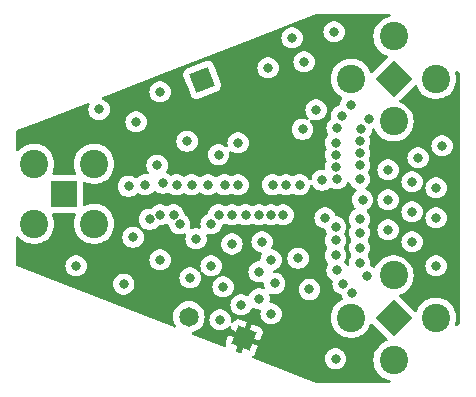
<source format=gbr>
%TF.GenerationSoftware,KiCad,Pcbnew,7.0.5*%
%TF.CreationDate,2023-11-04T19:56:55-04:00*%
%TF.ProjectId,Switch,53776974-6368-42e6-9b69-6361645f7063,rev?*%
%TF.SameCoordinates,Original*%
%TF.FileFunction,Copper,L3,Inr*%
%TF.FilePolarity,Positive*%
%FSLAX46Y46*%
G04 Gerber Fmt 4.6, Leading zero omitted, Abs format (unit mm)*
G04 Created by KiCad (PCBNEW 7.0.5) date 2023-11-04 19:56:55*
%MOMM*%
%LPD*%
G01*
G04 APERTURE LIST*
G04 Aperture macros list*
%AMRotRect*
0 Rectangle, with rotation*
0 The origin of the aperture is its center*
0 $1 length*
0 $2 width*
0 $3 Rotation angle, in degrees counterclockwise*
0 Add horizontal line*
21,1,$1,$2,0,0,$3*%
G04 Aperture macros list end*
%TA.AperFunction,ComponentPad*%
%ADD10RotRect,1.650000X1.650000X339.000000*%
%TD*%
%TA.AperFunction,ComponentPad*%
%ADD11C,1.650000*%
%TD*%
%TA.AperFunction,ComponentPad*%
%ADD12RotRect,2.250000X2.250000X45.000000*%
%TD*%
%TA.AperFunction,ComponentPad*%
%ADD13C,2.400000*%
%TD*%
%TA.AperFunction,ComponentPad*%
%ADD14RotRect,2.250000X2.250000X315.000000*%
%TD*%
%TA.AperFunction,ComponentPad*%
%ADD15RotRect,1.700000X1.700000X21.000000*%
%TD*%
%TA.AperFunction,ComponentPad*%
%ADD16R,2.250000X2.250000*%
%TD*%
%TA.AperFunction,ViaPad*%
%ADD17C,0.800000*%
%TD*%
G04 APERTURE END LIST*
D10*
%TO.N,+3.3V*%
%TO.C,J1*%
X156972000Y-94996000D03*
D11*
%TO.N,GND*%
X152304098Y-93204160D03*
%TD*%
D12*
%TO.N,LNA_INPUT*%
%TO.C,J3*%
X169627525Y-73069476D03*
D13*
%TO.N,GND*%
X166035423Y-73069476D03*
X169627525Y-76661578D03*
X173219627Y-73069476D03*
X169627525Y-69477374D03*
%TD*%
D14*
%TO.N,Power_Amp_Out*%
%TO.C,J4*%
X169627525Y-93300525D03*
D13*
%TO.N,GND*%
X169627525Y-89708423D03*
X166035423Y-93300525D03*
X169627525Y-96892627D03*
X173219627Y-93300525D03*
%TD*%
D15*
%TO.N,Net-(J5-Pin_1)*%
%TO.C,J5*%
X153416000Y-73152000D03*
%TD*%
D16*
%TO.N,Filter_output*%
%TO.C,J2*%
X141732000Y-82804000D03*
D13*
%TO.N,GND*%
X144272000Y-85344000D03*
X144272000Y-80264000D03*
X139192000Y-80264000D03*
X139192000Y-85344000D03*
%TD*%
D17*
%TO.N,+3.3V*%
X173990000Y-86868000D03*
X152146000Y-76200000D03*
X160909000Y-74295000D03*
X165862000Y-98298000D03*
X174244000Y-81026000D03*
X162433000Y-93980000D03*
X166624000Y-68326000D03*
%TO.N,Net-(IC1-V1)*%
X154813000Y-79502000D03*
X163576000Y-81661000D03*
%TO.N,Net-(IC1-V2)*%
X152146000Y-78359000D03*
X163830000Y-84836000D03*
X161925000Y-77343000D03*
%TO.N,GND*%
X159385000Y-82042000D03*
X169164000Y-85852000D03*
X152908000Y-86614000D03*
X166116000Y-91186000D03*
X148590000Y-82042000D03*
X154178000Y-88900000D03*
X164719000Y-78486000D03*
X169164000Y-83312000D03*
X166751000Y-80391000D03*
X166751000Y-86106000D03*
X158496000Y-86868000D03*
X158242000Y-89408000D03*
X149860000Y-84582000D03*
X164719000Y-86741000D03*
X160528000Y-82042000D03*
X173228000Y-84836000D03*
X154178000Y-85344000D03*
X164719000Y-80518000D03*
X165354000Y-90424000D03*
X156464000Y-82042000D03*
X146785221Y-90451452D03*
X148971000Y-84963000D03*
X166878000Y-77343000D03*
X154940000Y-93472000D03*
X154813000Y-84582000D03*
X153924000Y-82042000D03*
X167005000Y-83312000D03*
X164592000Y-69088000D03*
X150114000Y-81915000D03*
X147574000Y-86487000D03*
X173228000Y-88900000D03*
X167386000Y-89789000D03*
X164719000Y-88011000D03*
X159258000Y-84582000D03*
X164846000Y-81534000D03*
X173736000Y-78740000D03*
X147193000Y-82169000D03*
X158242000Y-91694000D03*
X149860000Y-74168000D03*
X155194000Y-90678000D03*
X152400000Y-89916000D03*
X166751000Y-78359000D03*
X163068000Y-75692000D03*
X160274000Y-84582000D03*
X159566660Y-90396781D03*
X164719000Y-79502000D03*
X155321000Y-82042000D03*
X161671000Y-82042000D03*
X164719000Y-85598000D03*
X155956000Y-84582000D03*
X159258000Y-88392000D03*
X165227000Y-76200000D03*
X144697642Y-75664435D03*
X165989000Y-75311000D03*
X152527000Y-82042000D03*
X156464000Y-78486000D03*
X167513000Y-76454000D03*
X171704000Y-79756000D03*
X171196000Y-84328000D03*
X151257000Y-82042000D03*
X166751000Y-79375000D03*
X155942469Y-87049246D03*
X158242000Y-84582000D03*
X164846000Y-77216000D03*
X149860000Y-88392000D03*
X162052000Y-71628000D03*
X166751000Y-88646000D03*
X166751000Y-84963000D03*
X171196000Y-81788000D03*
X162511649Y-90903761D03*
X161544000Y-88265000D03*
X169164000Y-80772000D03*
X151003000Y-84582000D03*
X166751000Y-87376000D03*
X164719000Y-96774000D03*
X161036000Y-69596000D03*
X173228000Y-82296000D03*
X166751000Y-81534000D03*
X164846000Y-89281000D03*
X149606000Y-80391000D03*
X156718000Y-92202000D03*
X159258000Y-92964000D03*
X171196000Y-86868000D03*
X151511000Y-85344000D03*
X147828000Y-76708000D03*
X157099000Y-84582000D03*
X159004000Y-72136000D03*
X142748000Y-88900000D03*
%TD*%
%TA.AperFunction,Conductor*%
%TO.N,+3.3V*%
G36*
X169321480Y-67584185D02*
G01*
X169367235Y-67636989D01*
X169377179Y-67706147D01*
X169348154Y-67769703D01*
X169289376Y-67807477D01*
X169272930Y-67811113D01*
X169248067Y-67814861D01*
X169248063Y-67814862D01*
X169248064Y-67814862D01*
X169248058Y-67814863D01*
X169004517Y-67889986D01*
X168774898Y-68000564D01*
X168774897Y-68000565D01*
X168564307Y-68144142D01*
X168377477Y-68317495D01*
X168377475Y-68317497D01*
X168218566Y-68516762D01*
X168091133Y-68737483D01*
X167998017Y-68974736D01*
X167998015Y-68974743D01*
X167941302Y-69223219D01*
X167922257Y-69477369D01*
X167922257Y-69477378D01*
X167941302Y-69731528D01*
X167994425Y-69964277D01*
X167998017Y-69980011D01*
X168091132Y-70217262D01*
X168218566Y-70437986D01*
X168377475Y-70637251D01*
X168564308Y-70810606D01*
X168774891Y-70954179D01*
X168774896Y-70954181D01*
X168774897Y-70954182D01*
X168774898Y-70954183D01*
X168896853Y-71012912D01*
X169004521Y-71064763D01*
X169059249Y-71081644D01*
X169117506Y-71120213D01*
X169145664Y-71184157D01*
X169134782Y-71253174D01*
X169110379Y-71287815D01*
X167845756Y-72552440D01*
X167784433Y-72585925D01*
X167714742Y-72580941D01*
X167658808Y-72539070D01*
X167642647Y-72510062D01*
X167642647Y-72510061D01*
X167571816Y-72329588D01*
X167444382Y-72108864D01*
X167285473Y-71909599D01*
X167098640Y-71736244D01*
X166888057Y-71592671D01*
X166888053Y-71592669D01*
X166888050Y-71592667D01*
X166888049Y-71592666D01*
X166658429Y-71482088D01*
X166658431Y-71482088D01*
X166414889Y-71406965D01*
X166414885Y-71406964D01*
X166414881Y-71406963D01*
X166293654Y-71388690D01*
X166162863Y-71368976D01*
X166162858Y-71368976D01*
X165907988Y-71368976D01*
X165907982Y-71368976D01*
X165751032Y-71392633D01*
X165655965Y-71406963D01*
X165655961Y-71406964D01*
X165655962Y-71406964D01*
X165655956Y-71406965D01*
X165412415Y-71482088D01*
X165182796Y-71592666D01*
X165182795Y-71592667D01*
X164972205Y-71736244D01*
X164785375Y-71909597D01*
X164785373Y-71909599D01*
X164626464Y-72108864D01*
X164499031Y-72329585D01*
X164405915Y-72566838D01*
X164405913Y-72566845D01*
X164349200Y-72815321D01*
X164330155Y-73069471D01*
X164330155Y-73069480D01*
X164349200Y-73323630D01*
X164404607Y-73566386D01*
X164405915Y-73572113D01*
X164499030Y-73809364D01*
X164626464Y-74030088D01*
X164785373Y-74229353D01*
X164972206Y-74402708D01*
X165182789Y-74546281D01*
X165182792Y-74546282D01*
X165182793Y-74546283D01*
X165231180Y-74569585D01*
X165283039Y-74616408D01*
X165301352Y-74683835D01*
X165280304Y-74750459D01*
X165269531Y-74764274D01*
X165256468Y-74778782D01*
X165256464Y-74778787D01*
X165161821Y-74942715D01*
X165161818Y-74942722D01*
X165103327Y-75122739D01*
X165103327Y-75122740D01*
X165103326Y-75122744D01*
X165101999Y-75135370D01*
X165093077Y-75220253D01*
X165066492Y-75284867D01*
X165009194Y-75324851D01*
X164995539Y-75328580D01*
X164947194Y-75338856D01*
X164947192Y-75338857D01*
X164774270Y-75415848D01*
X164774265Y-75415851D01*
X164621129Y-75527111D01*
X164494466Y-75667785D01*
X164399821Y-75831715D01*
X164399818Y-75831722D01*
X164369884Y-75923851D01*
X164341326Y-76011744D01*
X164321540Y-76200000D01*
X164341326Y-76388256D01*
X164341326Y-76388258D01*
X164341785Y-76392618D01*
X164329215Y-76461347D01*
X164291351Y-76505896D01*
X164240128Y-76543112D01*
X164240123Y-76543116D01*
X164113466Y-76683785D01*
X164018821Y-76847715D01*
X164018818Y-76847722D01*
X163960327Y-77027740D01*
X163960326Y-77027744D01*
X163940540Y-77216000D01*
X163960326Y-77404256D01*
X163960327Y-77404259D01*
X164018818Y-77584277D01*
X164018823Y-77584289D01*
X164091118Y-77709508D01*
X164107591Y-77777408D01*
X164084738Y-77843435D01*
X164075881Y-77854479D01*
X163986466Y-77953784D01*
X163891821Y-78117715D01*
X163891818Y-78117722D01*
X163833328Y-78297738D01*
X163833326Y-78297744D01*
X163813540Y-78486000D01*
X163833326Y-78674256D01*
X163833327Y-78674259D01*
X163891820Y-78854283D01*
X163936690Y-78932001D01*
X163953162Y-78999901D01*
X163936690Y-79055999D01*
X163891820Y-79133716D01*
X163833328Y-79313737D01*
X163833326Y-79313744D01*
X163813540Y-79502000D01*
X163833326Y-79690256D01*
X163833327Y-79690259D01*
X163891821Y-79870285D01*
X163936689Y-79947999D01*
X163953162Y-80015899D01*
X163936690Y-80071997D01*
X163891821Y-80149713D01*
X163891820Y-80149717D01*
X163854686Y-80264004D01*
X163833326Y-80329744D01*
X163822906Y-80428888D01*
X163813540Y-80518000D01*
X163825035Y-80627373D01*
X163812465Y-80696103D01*
X163764733Y-80747127D01*
X163696992Y-80764244D01*
X163675935Y-80761624D01*
X163670646Y-80760500D01*
X163481354Y-80760500D01*
X163448897Y-80767398D01*
X163296197Y-80799855D01*
X163296192Y-80799857D01*
X163123270Y-80876848D01*
X163123265Y-80876851D01*
X162970129Y-80988111D01*
X162843466Y-81128785D01*
X162748821Y-81292715D01*
X162748818Y-81292722D01*
X162690572Y-81471986D01*
X162690326Y-81472744D01*
X162687870Y-81496111D01*
X162682755Y-81544777D01*
X162656170Y-81609391D01*
X162598872Y-81649375D01*
X162529053Y-81652035D01*
X162468879Y-81616524D01*
X162452050Y-81593819D01*
X162403533Y-81509784D01*
X162276871Y-81369112D01*
X162276863Y-81369106D01*
X162123734Y-81257851D01*
X162123729Y-81257848D01*
X161950807Y-81180857D01*
X161950802Y-81180855D01*
X161782973Y-81145183D01*
X161765646Y-81141500D01*
X161576354Y-81141500D01*
X161559027Y-81145183D01*
X161391197Y-81180855D01*
X161391192Y-81180857D01*
X161218270Y-81257848D01*
X161218266Y-81257851D01*
X161172384Y-81291186D01*
X161106578Y-81314665D01*
X161038524Y-81298839D01*
X161026616Y-81291186D01*
X160980733Y-81257851D01*
X160980729Y-81257848D01*
X160807807Y-81180857D01*
X160807802Y-81180855D01*
X160639973Y-81145183D01*
X160622646Y-81141500D01*
X160433354Y-81141500D01*
X160416027Y-81145183D01*
X160248197Y-81180855D01*
X160248192Y-81180857D01*
X160075270Y-81257848D01*
X160075266Y-81257851D01*
X160029384Y-81291186D01*
X159963578Y-81314665D01*
X159895524Y-81298839D01*
X159883616Y-81291186D01*
X159837733Y-81257851D01*
X159837729Y-81257848D01*
X159664807Y-81180857D01*
X159664802Y-81180855D01*
X159496973Y-81145183D01*
X159479646Y-81141500D01*
X159290354Y-81141500D01*
X159273027Y-81145183D01*
X159105197Y-81180855D01*
X159105192Y-81180857D01*
X158932270Y-81257848D01*
X158932265Y-81257851D01*
X158779129Y-81369111D01*
X158652466Y-81509785D01*
X158557821Y-81673715D01*
X158557818Y-81673722D01*
X158500091Y-81851389D01*
X158499326Y-81853744D01*
X158479540Y-82042000D01*
X158499326Y-82230256D01*
X158499327Y-82230259D01*
X158557818Y-82410277D01*
X158557821Y-82410284D01*
X158652467Y-82574216D01*
X158750000Y-82682537D01*
X158779129Y-82714888D01*
X158932265Y-82826148D01*
X158932270Y-82826151D01*
X159105192Y-82903142D01*
X159105197Y-82903144D01*
X159290354Y-82942500D01*
X159290355Y-82942500D01*
X159479644Y-82942500D01*
X159479646Y-82942500D01*
X159664803Y-82903144D01*
X159833092Y-82828216D01*
X159837728Y-82826152D01*
X159837728Y-82826151D01*
X159837730Y-82826151D01*
X159883614Y-82792813D01*
X159949421Y-82769334D01*
X160017475Y-82785159D01*
X160029386Y-82792814D01*
X160075271Y-82826152D01*
X160248192Y-82903142D01*
X160248197Y-82903144D01*
X160433354Y-82942500D01*
X160433355Y-82942500D01*
X160622644Y-82942500D01*
X160622646Y-82942500D01*
X160807803Y-82903144D01*
X160976092Y-82828216D01*
X160980728Y-82826152D01*
X160980728Y-82826151D01*
X160980730Y-82826151D01*
X161026614Y-82792813D01*
X161092421Y-82769334D01*
X161160475Y-82785159D01*
X161172386Y-82792814D01*
X161218271Y-82826152D01*
X161391192Y-82903142D01*
X161391197Y-82903144D01*
X161576354Y-82942500D01*
X161576355Y-82942500D01*
X161765644Y-82942500D01*
X161765646Y-82942500D01*
X161950803Y-82903144D01*
X162123730Y-82826151D01*
X162276871Y-82714888D01*
X162403533Y-82574216D01*
X162498179Y-82410284D01*
X162556674Y-82230256D01*
X162564244Y-82158221D01*
X162590828Y-82093609D01*
X162648126Y-82053624D01*
X162717945Y-82050964D01*
X162778118Y-82086473D01*
X162794952Y-82109186D01*
X162843463Y-82193211D01*
X162843465Y-82193214D01*
X162970129Y-82333888D01*
X163123265Y-82445148D01*
X163123270Y-82445151D01*
X163296192Y-82522142D01*
X163296197Y-82522144D01*
X163481354Y-82561500D01*
X163481355Y-82561500D01*
X163670644Y-82561500D01*
X163670646Y-82561500D01*
X163855803Y-82522144D01*
X164028730Y-82445151D01*
X164181871Y-82333888D01*
X164199329Y-82314498D01*
X164258812Y-82277850D01*
X164328669Y-82279177D01*
X164364365Y-82297151D01*
X164393265Y-82318148D01*
X164393270Y-82318151D01*
X164566192Y-82395142D01*
X164566197Y-82395144D01*
X164751354Y-82434500D01*
X164751355Y-82434500D01*
X164940644Y-82434500D01*
X164940646Y-82434500D01*
X165125803Y-82395144D01*
X165298730Y-82318151D01*
X165451871Y-82206888D01*
X165578533Y-82066216D01*
X165673179Y-81902284D01*
X165680568Y-81879541D01*
X165720006Y-81821865D01*
X165784364Y-81794666D01*
X165853210Y-81806580D01*
X165904687Y-81853824D01*
X165916431Y-81879541D01*
X165923817Y-81902275D01*
X165923821Y-81902284D01*
X166018467Y-82066216D01*
X166132814Y-82193211D01*
X166145129Y-82206888D01*
X166298265Y-82318148D01*
X166298266Y-82318148D01*
X166298270Y-82318151D01*
X166438511Y-82380591D01*
X166491748Y-82425841D01*
X166512069Y-82492690D01*
X166493024Y-82559914D01*
X166460961Y-82594187D01*
X166399131Y-82639109D01*
X166399129Y-82639111D01*
X166272466Y-82779785D01*
X166177821Y-82943715D01*
X166177818Y-82943722D01*
X166136951Y-83069500D01*
X166119326Y-83123744D01*
X166099540Y-83312000D01*
X166119326Y-83500256D01*
X166119327Y-83500259D01*
X166177818Y-83680277D01*
X166177821Y-83680284D01*
X166272467Y-83844216D01*
X166308415Y-83884140D01*
X166380731Y-83964455D01*
X166410961Y-84027446D01*
X166402336Y-84096782D01*
X166357594Y-84150447D01*
X166339019Y-84160705D01*
X166298272Y-84178847D01*
X166298265Y-84178851D01*
X166145129Y-84290111D01*
X166018466Y-84430785D01*
X165923821Y-84594715D01*
X165923818Y-84594722D01*
X165877636Y-84736857D01*
X165865326Y-84774744D01*
X165845540Y-84963000D01*
X165865326Y-85151256D01*
X165865327Y-85151259D01*
X165923818Y-85331277D01*
X165923820Y-85331281D01*
X165923821Y-85331284D01*
X165943952Y-85366152D01*
X166005352Y-85472501D01*
X166021824Y-85540401D01*
X166005352Y-85596499D01*
X165947246Y-85697142D01*
X165934917Y-85718498D01*
X165923820Y-85737718D01*
X165923818Y-85737722D01*
X165882951Y-85863500D01*
X165865326Y-85917744D01*
X165845540Y-86106000D01*
X165865326Y-86294256D01*
X165865327Y-86294259D01*
X165923818Y-86474277D01*
X165923821Y-86474284D01*
X166018467Y-86638216D01*
X166028806Y-86649699D01*
X166036307Y-86658030D01*
X166066535Y-86721022D01*
X166057909Y-86790357D01*
X166036307Y-86823970D01*
X166018466Y-86843785D01*
X165923821Y-87007715D01*
X165923818Y-87007722D01*
X165890819Y-87109284D01*
X165865326Y-87187744D01*
X165845540Y-87376000D01*
X165865326Y-87564256D01*
X165865327Y-87564259D01*
X165923818Y-87744277D01*
X165923821Y-87744284D01*
X166018467Y-87908216D01*
X166036305Y-87928027D01*
X166066535Y-87991018D01*
X166057910Y-88060354D01*
X166036308Y-88093968D01*
X166018466Y-88113784D01*
X165923821Y-88277715D01*
X165923818Y-88277722D01*
X165866784Y-88453256D01*
X165865326Y-88457744D01*
X165845540Y-88646000D01*
X165856240Y-88747811D01*
X165857194Y-88756880D01*
X165844624Y-88825610D01*
X165796892Y-88876633D01*
X165729152Y-88893751D01*
X165662911Y-88871528D01*
X165626486Y-88831841D01*
X165593580Y-88774847D01*
X165578533Y-88748784D01*
X165489117Y-88649478D01*
X165458888Y-88586488D01*
X165467513Y-88517153D01*
X165473876Y-88504515D01*
X165546179Y-88379284D01*
X165604674Y-88199256D01*
X165624460Y-88011000D01*
X165604674Y-87822744D01*
X165546179Y-87642716D01*
X165451533Y-87478784D01*
X165433693Y-87458971D01*
X165403464Y-87395981D01*
X165412089Y-87326646D01*
X165433694Y-87293028D01*
X165433695Y-87293027D01*
X165451533Y-87273216D01*
X165546179Y-87109284D01*
X165604674Y-86929256D01*
X165624460Y-86741000D01*
X165604674Y-86552744D01*
X165546179Y-86372716D01*
X165464647Y-86231499D01*
X165448175Y-86163600D01*
X165464648Y-86107500D01*
X165478303Y-86083849D01*
X165546179Y-85966284D01*
X165604674Y-85786256D01*
X165624460Y-85598000D01*
X165604674Y-85409744D01*
X165546179Y-85229716D01*
X165451533Y-85065784D01*
X165324871Y-84925112D01*
X165324870Y-84925111D01*
X165171734Y-84813851D01*
X165171729Y-84813848D01*
X164998807Y-84736857D01*
X164998802Y-84736855D01*
X164813646Y-84697500D01*
X164809023Y-84697014D01*
X164744410Y-84670424D01*
X164704430Y-84613124D01*
X164704102Y-84612130D01*
X164668315Y-84501988D01*
X164657182Y-84467724D01*
X164657180Y-84467720D01*
X164657179Y-84467716D01*
X164562533Y-84303784D01*
X164435871Y-84163112D01*
X164432558Y-84160705D01*
X164282734Y-84051851D01*
X164282729Y-84051848D01*
X164109807Y-83974857D01*
X164109802Y-83974855D01*
X163964000Y-83943865D01*
X163924646Y-83935500D01*
X163735354Y-83935500D01*
X163702897Y-83942398D01*
X163550197Y-83974855D01*
X163550192Y-83974857D01*
X163377270Y-84051848D01*
X163377265Y-84051851D01*
X163224129Y-84163111D01*
X163097466Y-84303785D01*
X163002821Y-84467715D01*
X163002818Y-84467722D01*
X162944327Y-84647740D01*
X162944326Y-84647744D01*
X162924540Y-84836000D01*
X162944326Y-85024256D01*
X162944327Y-85024259D01*
X163002818Y-85204277D01*
X163002821Y-85204284D01*
X163097467Y-85368216D01*
X163204312Y-85486879D01*
X163224129Y-85508888D01*
X163377265Y-85620148D01*
X163377270Y-85620151D01*
X163550192Y-85697142D01*
X163550197Y-85697144D01*
X163735354Y-85736500D01*
X163735368Y-85736500D01*
X163739966Y-85736984D01*
X163804581Y-85763568D01*
X163844566Y-85820866D01*
X163844936Y-85821987D01*
X163891818Y-85966278D01*
X163891820Y-85966281D01*
X163891821Y-85966284D01*
X163934529Y-86040256D01*
X163973352Y-86107501D01*
X163989824Y-86175401D01*
X163973352Y-86231499D01*
X163891820Y-86372718D01*
X163891818Y-86372722D01*
X163842377Y-86524888D01*
X163833326Y-86552744D01*
X163813540Y-86741000D01*
X163833326Y-86929256D01*
X163833327Y-86929259D01*
X163891818Y-87109277D01*
X163891821Y-87109284D01*
X163986467Y-87273216D01*
X164004305Y-87293027D01*
X164034535Y-87356018D01*
X164025910Y-87425354D01*
X164004308Y-87458968D01*
X163986466Y-87478784D01*
X163891821Y-87642715D01*
X163891818Y-87642722D01*
X163858819Y-87744284D01*
X163833326Y-87822744D01*
X163813540Y-88011000D01*
X163833326Y-88199256D01*
X163833327Y-88199259D01*
X163891818Y-88379277D01*
X163891821Y-88379284D01*
X163986467Y-88543216D01*
X164059071Y-88623851D01*
X164075881Y-88642520D01*
X164106111Y-88705511D01*
X164097486Y-88774847D01*
X164091119Y-88787491D01*
X164065514Y-88831841D01*
X164020150Y-88910415D01*
X164018820Y-88912718D01*
X164018818Y-88912722D01*
X163972636Y-89054857D01*
X163960326Y-89092744D01*
X163940540Y-89281000D01*
X163960326Y-89469256D01*
X163960327Y-89469259D01*
X164018818Y-89649277D01*
X164018821Y-89649284D01*
X164113467Y-89813216D01*
X164208371Y-89918617D01*
X164240129Y-89953888D01*
X164393265Y-90065148D01*
X164393266Y-90065148D01*
X164393270Y-90065151D01*
X164405266Y-90070492D01*
X164458503Y-90115740D01*
X164478825Y-90182589D01*
X164472764Y-90222083D01*
X164468327Y-90235738D01*
X164468326Y-90235743D01*
X164460551Y-90309716D01*
X164448540Y-90424000D01*
X164468326Y-90612256D01*
X164468327Y-90612259D01*
X164526818Y-90792277D01*
X164526821Y-90792284D01*
X164621467Y-90956216D01*
X164679899Y-91021111D01*
X164748129Y-91096888D01*
X164901265Y-91208148D01*
X164901270Y-91208151D01*
X165074191Y-91285142D01*
X165074193Y-91285142D01*
X165074197Y-91285144D01*
X165140781Y-91299296D01*
X165202260Y-91332488D01*
X165232929Y-91382268D01*
X165288818Y-91554277D01*
X165288820Y-91554281D01*
X165288821Y-91554284D01*
X165315230Y-91600025D01*
X165320651Y-91609415D01*
X165337123Y-91677315D01*
X165314270Y-91743342D01*
X165267065Y-91783134D01*
X165182793Y-91823717D01*
X164972205Y-91967293D01*
X164785375Y-92140646D01*
X164785373Y-92140648D01*
X164626464Y-92339913D01*
X164499031Y-92560634D01*
X164405915Y-92797887D01*
X164405913Y-92797894D01*
X164349200Y-93046370D01*
X164330155Y-93300520D01*
X164330155Y-93300529D01*
X164349200Y-93554679D01*
X164404607Y-93797435D01*
X164405915Y-93803162D01*
X164499030Y-94040413D01*
X164626464Y-94261137D01*
X164785373Y-94460402D01*
X164972206Y-94633757D01*
X165182789Y-94777330D01*
X165182794Y-94777332D01*
X165182795Y-94777333D01*
X165182796Y-94777334D01*
X165304751Y-94836063D01*
X165412415Y-94887912D01*
X165412416Y-94887912D01*
X165412419Y-94887914D01*
X165655965Y-94963038D01*
X165907988Y-95001025D01*
X166162858Y-95001025D01*
X166414881Y-94963038D01*
X166658427Y-94887914D01*
X166888057Y-94777330D01*
X167098640Y-94633757D01*
X167285473Y-94460402D01*
X167444382Y-94261137D01*
X167571816Y-94040413D01*
X167642647Y-93859937D01*
X167685463Y-93804725D01*
X167751333Y-93781424D01*
X167819343Y-93797435D01*
X167845752Y-93817557D01*
X168880392Y-94852195D01*
X169110381Y-95082184D01*
X169143866Y-95143507D01*
X169138882Y-95213199D01*
X169097010Y-95269132D01*
X169059251Y-95288355D01*
X169004525Y-95305236D01*
X169004518Y-95305239D01*
X168774898Y-95415817D01*
X168774897Y-95415818D01*
X168564307Y-95559395D01*
X168377477Y-95732748D01*
X168377475Y-95732750D01*
X168218566Y-95932015D01*
X168091133Y-96152736D01*
X167998017Y-96389989D01*
X167998015Y-96389996D01*
X167941302Y-96638472D01*
X167922257Y-96892622D01*
X167922257Y-96892631D01*
X167941302Y-97146781D01*
X167941303Y-97146784D01*
X167998017Y-97395264D01*
X168091132Y-97632515D01*
X168218566Y-97853239D01*
X168377475Y-98052504D01*
X168564308Y-98225859D01*
X168774891Y-98369432D01*
X168774896Y-98369434D01*
X168774897Y-98369435D01*
X168774898Y-98369436D01*
X168896853Y-98428165D01*
X169004517Y-98480014D01*
X169004518Y-98480014D01*
X169004521Y-98480016D01*
X169248067Y-98555140D01*
X169272917Y-98558885D01*
X169336273Y-98588342D01*
X169373646Y-98647376D01*
X169373171Y-98717244D01*
X169334997Y-98775764D01*
X169271245Y-98804355D01*
X169254434Y-98805500D01*
X163091419Y-98805500D01*
X163046364Y-98797025D01*
X163024361Y-98788444D01*
X161137339Y-98052505D01*
X157859122Y-96774000D01*
X163813540Y-96774000D01*
X163833326Y-96962256D01*
X163833327Y-96962259D01*
X163891818Y-97142277D01*
X163891821Y-97142284D01*
X163986467Y-97306216D01*
X164070008Y-97398997D01*
X164113129Y-97446888D01*
X164266265Y-97558148D01*
X164266270Y-97558151D01*
X164439192Y-97635142D01*
X164439197Y-97635144D01*
X164624354Y-97674500D01*
X164624355Y-97674500D01*
X164813644Y-97674500D01*
X164813646Y-97674500D01*
X164998803Y-97635144D01*
X165171730Y-97558151D01*
X165324871Y-97446888D01*
X165451533Y-97306216D01*
X165546179Y-97142284D01*
X165604674Y-96962256D01*
X165624460Y-96774000D01*
X165604674Y-96585744D01*
X165546179Y-96405716D01*
X165451533Y-96241784D01*
X165324871Y-96101112D01*
X165305467Y-96087014D01*
X165171734Y-95989851D01*
X165171729Y-95989848D01*
X164998807Y-95912857D01*
X164998802Y-95912855D01*
X164853001Y-95881865D01*
X164813646Y-95873500D01*
X164624354Y-95873500D01*
X164591897Y-95880398D01*
X164439197Y-95912855D01*
X164439192Y-95912857D01*
X164266270Y-95989848D01*
X164266265Y-95989851D01*
X164113129Y-96101111D01*
X163986466Y-96241785D01*
X163891821Y-96405715D01*
X163891818Y-96405722D01*
X163862110Y-96497155D01*
X163833326Y-96585744D01*
X163813540Y-96774000D01*
X157859122Y-96774000D01*
X157714584Y-96717630D01*
X157659279Y-96674932D01*
X157635837Y-96609113D01*
X157651702Y-96541068D01*
X157693598Y-96497155D01*
X157773696Y-96446752D01*
X157773696Y-96446751D01*
X157868882Y-96338991D01*
X157868885Y-96338987D01*
X157896199Y-96285693D01*
X158119402Y-95704232D01*
X157444131Y-95445019D01*
X157525175Y-95347055D01*
X157595100Y-95198457D01*
X157625873Y-95037138D01*
X157622138Y-94977777D01*
X158298585Y-95237442D01*
X158521787Y-94655981D01*
X158537151Y-94598091D01*
X158538520Y-94454324D01*
X158499328Y-94315993D01*
X158499326Y-94315988D01*
X158422754Y-94194306D01*
X158422751Y-94194303D01*
X158314991Y-94099117D01*
X158314987Y-94099114D01*
X158261693Y-94071800D01*
X157680232Y-93848596D01*
X157420420Y-94525424D01*
X157357097Y-94465960D01*
X157213183Y-94386842D01*
X157054114Y-94346000D01*
X156953724Y-94346000D01*
X157213442Y-93669413D01*
X156631981Y-93446212D01*
X156631982Y-93446212D01*
X156574091Y-93430848D01*
X156430324Y-93429479D01*
X156291993Y-93468671D01*
X156291988Y-93468673D01*
X156170306Y-93545245D01*
X156170303Y-93545248D01*
X156075117Y-93653008D01*
X156075111Y-93653016D01*
X156065424Y-93671917D01*
X156017328Y-93722598D01*
X155949467Y-93739230D01*
X155883386Y-93716534D01*
X155840066Y-93661715D01*
X155831754Y-93602400D01*
X155845460Y-93472000D01*
X155825674Y-93283744D01*
X155767179Y-93103716D01*
X155672533Y-92939784D01*
X155545871Y-92799112D01*
X155544195Y-92797894D01*
X155392734Y-92687851D01*
X155392729Y-92687848D01*
X155219807Y-92610857D01*
X155219802Y-92610855D01*
X155074000Y-92579865D01*
X155034646Y-92571500D01*
X154845354Y-92571500D01*
X154812897Y-92578398D01*
X154660197Y-92610855D01*
X154660192Y-92610857D01*
X154487270Y-92687848D01*
X154487265Y-92687851D01*
X154334129Y-92799111D01*
X154207466Y-92939785D01*
X154112821Y-93103715D01*
X154112818Y-93103722D01*
X154080184Y-93204161D01*
X154054326Y-93283744D01*
X154034540Y-93472000D01*
X154054326Y-93660256D01*
X154054327Y-93660259D01*
X154112818Y-93840277D01*
X154112821Y-93840284D01*
X154207467Y-94004216D01*
X154311148Y-94119365D01*
X154334129Y-94144888D01*
X154487265Y-94256148D01*
X154487270Y-94256151D01*
X154660192Y-94333142D01*
X154660197Y-94333144D01*
X154845354Y-94372500D01*
X154845355Y-94372500D01*
X155034644Y-94372500D01*
X155034646Y-94372500D01*
X155219803Y-94333144D01*
X155392730Y-94256151D01*
X155545871Y-94144888D01*
X155672533Y-94004216D01*
X155672533Y-94004215D01*
X155676881Y-93999387D01*
X155677926Y-94000328D01*
X155727403Y-93962166D01*
X155797016Y-93956177D01*
X155858815Y-93988775D01*
X155893181Y-94049609D01*
X155889201Y-94119365D01*
X155888171Y-94122148D01*
X155824596Y-94287766D01*
X156499868Y-94546979D01*
X156418825Y-94644945D01*
X156348900Y-94793543D01*
X156318127Y-94954862D01*
X156321861Y-95014220D01*
X155645413Y-94754556D01*
X155422214Y-95336012D01*
X155422212Y-95336017D01*
X155406848Y-95393908D01*
X155405479Y-95537675D01*
X155426494Y-95611849D01*
X155425829Y-95681716D01*
X155387497Y-95740132D01*
X155323668Y-95768550D01*
X155262135Y-95761175D01*
X152609143Y-94726508D01*
X152553838Y-94683810D01*
X152530396Y-94617991D01*
X152546261Y-94549946D01*
X152596395Y-94501280D01*
X152622099Y-94491210D01*
X152759177Y-94454480D01*
X152969380Y-94356461D01*
X153159367Y-94223430D01*
X153323368Y-94059429D01*
X153456399Y-93869442D01*
X153554418Y-93659239D01*
X153614447Y-93435210D01*
X153634661Y-93204160D01*
X153614447Y-92973110D01*
X153554418Y-92749081D01*
X153456399Y-92538879D01*
X153456397Y-92538876D01*
X153456396Y-92538874D01*
X153323371Y-92348895D01*
X153323366Y-92348889D01*
X153176477Y-92202000D01*
X155812540Y-92202000D01*
X155832326Y-92390256D01*
X155832327Y-92390259D01*
X155890818Y-92570277D01*
X155890821Y-92570284D01*
X155985467Y-92734216D01*
X156059983Y-92816974D01*
X156112129Y-92874888D01*
X156265265Y-92986148D01*
X156265270Y-92986151D01*
X156438192Y-93063142D01*
X156438197Y-93063144D01*
X156623354Y-93102500D01*
X156623355Y-93102500D01*
X156812644Y-93102500D01*
X156812646Y-93102500D01*
X156997803Y-93063144D01*
X157170730Y-92986151D01*
X157323871Y-92874888D01*
X157450533Y-92734216D01*
X157545179Y-92570284D01*
X157548315Y-92560634D01*
X157563274Y-92514593D01*
X157602710Y-92456917D01*
X157667069Y-92429718D01*
X157735915Y-92441632D01*
X157754090Y-92452592D01*
X157789265Y-92478148D01*
X157789270Y-92478151D01*
X157962192Y-92555142D01*
X157962197Y-92555144D01*
X158147354Y-92594500D01*
X158147355Y-92594500D01*
X158260544Y-92594500D01*
X158327583Y-92614185D01*
X158373338Y-92666989D01*
X158383282Y-92736147D01*
X158378476Y-92756816D01*
X158372326Y-92775741D01*
X158367714Y-92819624D01*
X158352540Y-92964000D01*
X158372326Y-93152256D01*
X158372327Y-93152259D01*
X158430818Y-93332277D01*
X158430821Y-93332284D01*
X158525467Y-93496216D01*
X158621071Y-93602395D01*
X158652129Y-93636888D01*
X158805265Y-93748148D01*
X158805270Y-93748151D01*
X158978192Y-93825142D01*
X158978197Y-93825144D01*
X159163354Y-93864500D01*
X159163355Y-93864500D01*
X159352644Y-93864500D01*
X159352646Y-93864500D01*
X159537803Y-93825144D01*
X159710730Y-93748151D01*
X159863871Y-93636888D01*
X159990533Y-93496216D01*
X160085179Y-93332284D01*
X160143674Y-93152256D01*
X160163460Y-92964000D01*
X160143674Y-92775744D01*
X160085179Y-92595716D01*
X159990533Y-92431784D01*
X159863871Y-92291112D01*
X159863870Y-92291111D01*
X159710734Y-92179851D01*
X159710729Y-92179848D01*
X159537807Y-92102857D01*
X159537802Y-92102855D01*
X159392000Y-92071865D01*
X159352646Y-92063500D01*
X159239456Y-92063500D01*
X159172417Y-92043815D01*
X159126662Y-91991011D01*
X159116718Y-91921853D01*
X159121524Y-91901184D01*
X159123069Y-91896427D01*
X159127674Y-91882256D01*
X159147460Y-91694000D01*
X159127674Y-91505744D01*
X159092675Y-91398028D01*
X159090680Y-91328187D01*
X159126760Y-91268354D01*
X159189461Y-91237526D01*
X159258876Y-91245491D01*
X159260990Y-91246408D01*
X159286857Y-91257925D01*
X159472014Y-91297281D01*
X159472015Y-91297281D01*
X159661304Y-91297281D01*
X159661306Y-91297281D01*
X159846463Y-91257925D01*
X160019390Y-91180932D01*
X160172531Y-91069669D01*
X160299193Y-90928997D01*
X160313763Y-90903761D01*
X161606189Y-90903761D01*
X161625975Y-91092017D01*
X161625976Y-91092020D01*
X161684467Y-91272038D01*
X161684470Y-91272045D01*
X161779116Y-91435977D01*
X161889838Y-91558946D01*
X161905778Y-91576649D01*
X162058914Y-91687909D01*
X162058919Y-91687912D01*
X162231841Y-91764903D01*
X162231846Y-91764905D01*
X162417003Y-91804261D01*
X162417004Y-91804261D01*
X162606293Y-91804261D01*
X162606295Y-91804261D01*
X162791452Y-91764905D01*
X162964379Y-91687912D01*
X163117520Y-91576649D01*
X163244182Y-91435977D01*
X163338828Y-91272045D01*
X163397323Y-91092017D01*
X163417109Y-90903761D01*
X163397323Y-90715505D01*
X163338828Y-90535477D01*
X163244182Y-90371545D01*
X163117520Y-90230873D01*
X163090250Y-90211060D01*
X162964383Y-90119612D01*
X162964378Y-90119609D01*
X162791456Y-90042618D01*
X162791451Y-90042616D01*
X162645649Y-90011626D01*
X162606295Y-90003261D01*
X162417003Y-90003261D01*
X162384546Y-90010159D01*
X162231846Y-90042616D01*
X162231841Y-90042618D01*
X162058919Y-90119609D01*
X162058914Y-90119612D01*
X161905778Y-90230872D01*
X161779115Y-90371546D01*
X161684470Y-90535476D01*
X161684467Y-90535483D01*
X161625976Y-90715501D01*
X161625975Y-90715505D01*
X161606189Y-90903761D01*
X160313763Y-90903761D01*
X160393839Y-90765065D01*
X160452334Y-90585037D01*
X160472120Y-90396781D01*
X160452334Y-90208525D01*
X160393839Y-90028497D01*
X160299193Y-89864565D01*
X160172531Y-89723893D01*
X160151244Y-89708427D01*
X160019394Y-89612632D01*
X160019389Y-89612629D01*
X159846467Y-89535638D01*
X159846462Y-89535636D01*
X159700661Y-89504646D01*
X159661306Y-89496281D01*
X159572410Y-89496281D01*
X159505371Y-89476596D01*
X159459616Y-89423792D01*
X159449672Y-89354634D01*
X159478697Y-89291078D01*
X159531879Y-89255817D01*
X159531866Y-89255788D01*
X159532042Y-89255709D01*
X159534093Y-89254350D01*
X159537803Y-89253144D01*
X159560337Y-89243111D01*
X159710730Y-89176151D01*
X159863871Y-89064888D01*
X159990533Y-88924216D01*
X160085179Y-88760284D01*
X160143674Y-88580256D01*
X160163460Y-88392000D01*
X160150112Y-88265000D01*
X160638540Y-88265000D01*
X160658326Y-88453256D01*
X160658327Y-88453259D01*
X160716818Y-88633277D01*
X160716821Y-88633284D01*
X160811467Y-88797216D01*
X160918436Y-88916017D01*
X160938129Y-88937888D01*
X161091265Y-89049148D01*
X161091270Y-89049151D01*
X161264192Y-89126142D01*
X161264197Y-89126144D01*
X161449354Y-89165500D01*
X161449355Y-89165500D01*
X161638644Y-89165500D01*
X161638646Y-89165500D01*
X161823803Y-89126144D01*
X161996730Y-89049151D01*
X162149871Y-88937888D01*
X162276533Y-88797216D01*
X162371179Y-88633284D01*
X162429674Y-88453256D01*
X162449460Y-88265000D01*
X162429674Y-88076744D01*
X162371179Y-87896716D01*
X162276533Y-87732784D01*
X162149871Y-87592112D01*
X162149870Y-87592111D01*
X161996734Y-87480851D01*
X161996729Y-87480848D01*
X161823807Y-87403857D01*
X161823802Y-87403855D01*
X161678001Y-87372865D01*
X161638646Y-87364500D01*
X161449354Y-87364500D01*
X161416897Y-87371398D01*
X161264197Y-87403855D01*
X161264192Y-87403857D01*
X161091270Y-87480848D01*
X161091265Y-87480851D01*
X160938129Y-87592111D01*
X160811466Y-87732785D01*
X160716821Y-87896715D01*
X160716818Y-87896722D01*
X160668344Y-88045911D01*
X160658326Y-88076744D01*
X160638540Y-88265000D01*
X160150112Y-88265000D01*
X160143674Y-88203744D01*
X160085179Y-88023716D01*
X159990533Y-87859784D01*
X159863871Y-87719112D01*
X159863870Y-87719111D01*
X159710734Y-87607851D01*
X159710729Y-87607848D01*
X159537807Y-87530857D01*
X159537802Y-87530855D01*
X159362098Y-87493509D01*
X159300616Y-87460317D01*
X159266840Y-87399154D01*
X159271492Y-87329439D01*
X159280489Y-87310225D01*
X159323179Y-87236284D01*
X159381674Y-87056256D01*
X159401460Y-86868000D01*
X159381674Y-86679744D01*
X159323179Y-86499716D01*
X159228533Y-86335784D01*
X159101871Y-86195112D01*
X159092223Y-86188102D01*
X158948734Y-86083851D01*
X158948729Y-86083848D01*
X158775807Y-86006857D01*
X158775802Y-86006855D01*
X158630001Y-85975865D01*
X158590646Y-85967500D01*
X158401354Y-85967500D01*
X158368897Y-85974398D01*
X158216197Y-86006855D01*
X158216192Y-86006857D01*
X158043270Y-86083848D01*
X158043265Y-86083851D01*
X157890129Y-86195111D01*
X157763466Y-86335785D01*
X157668821Y-86499715D01*
X157668818Y-86499722D01*
X157611142Y-86677232D01*
X157610326Y-86679744D01*
X157590540Y-86868000D01*
X157610326Y-87056256D01*
X157610327Y-87056259D01*
X157668818Y-87236277D01*
X157668821Y-87236284D01*
X157763467Y-87400216D01*
X157866369Y-87514500D01*
X157890129Y-87540888D01*
X158043265Y-87652148D01*
X158043270Y-87652151D01*
X158216192Y-87729142D01*
X158216193Y-87729142D01*
X158216197Y-87729144D01*
X158391901Y-87766490D01*
X158453382Y-87799682D01*
X158487159Y-87860845D01*
X158482507Y-87930559D01*
X158473508Y-87949779D01*
X158430820Y-88023717D01*
X158430818Y-88023722D01*
X158373784Y-88199256D01*
X158372326Y-88203744D01*
X158364551Y-88277722D01*
X158352071Y-88396462D01*
X158325486Y-88461076D01*
X158268189Y-88501061D01*
X158228750Y-88507500D01*
X158147354Y-88507500D01*
X158118684Y-88513594D01*
X157962197Y-88546855D01*
X157962192Y-88546857D01*
X157789270Y-88623848D01*
X157789265Y-88623851D01*
X157636129Y-88735111D01*
X157509466Y-88875785D01*
X157414821Y-89039715D01*
X157414818Y-89039722D01*
X157360861Y-89205786D01*
X157356326Y-89219744D01*
X157336540Y-89408000D01*
X157356326Y-89596256D01*
X157356327Y-89596259D01*
X157414818Y-89776277D01*
X157414821Y-89776284D01*
X157509467Y-89940216D01*
X157636128Y-90080888D01*
X157636129Y-90080888D01*
X157789265Y-90192148D01*
X157789270Y-90192151D01*
X157962192Y-90269142D01*
X157962197Y-90269144D01*
X158147354Y-90308500D01*
X158147355Y-90308500D01*
X158336644Y-90308500D01*
X158336646Y-90308500D01*
X158511419Y-90271351D01*
X158581086Y-90276667D01*
X158636820Y-90318804D01*
X158660925Y-90384384D01*
X158661200Y-90392641D01*
X158661200Y-90396778D01*
X158661200Y-90396781D01*
X158680986Y-90585037D01*
X158680986Y-90585039D01*
X158680987Y-90585041D01*
X158715984Y-90692753D01*
X158717979Y-90762594D01*
X158681898Y-90822426D01*
X158619197Y-90853254D01*
X158549783Y-90845289D01*
X158547616Y-90844349D01*
X158521802Y-90832855D01*
X158376000Y-90801865D01*
X158336646Y-90793500D01*
X158147354Y-90793500D01*
X158114897Y-90800398D01*
X157962197Y-90832855D01*
X157962192Y-90832857D01*
X157789270Y-90909848D01*
X157789265Y-90909851D01*
X157636129Y-91021111D01*
X157509466Y-91161785D01*
X157414821Y-91325715D01*
X157414819Y-91325719D01*
X157396725Y-91381408D01*
X157357287Y-91439083D01*
X157292928Y-91466281D01*
X157224082Y-91454366D01*
X157205909Y-91443408D01*
X157195678Y-91435975D01*
X157170730Y-91417849D01*
X157170728Y-91417848D01*
X157170729Y-91417848D01*
X156997807Y-91340857D01*
X156997802Y-91340855D01*
X156852000Y-91309865D01*
X156812646Y-91301500D01*
X156623354Y-91301500D01*
X156590897Y-91308398D01*
X156438197Y-91340855D01*
X156438192Y-91340857D01*
X156265270Y-91417848D01*
X156265265Y-91417851D01*
X156112129Y-91529111D01*
X155985466Y-91669785D01*
X155890821Y-91833715D01*
X155890818Y-91833722D01*
X155839712Y-91991011D01*
X155832326Y-92013744D01*
X155812540Y-92202000D01*
X153176477Y-92202000D01*
X153159367Y-92184890D01*
X153042212Y-92102857D01*
X152969380Y-92051859D01*
X152759177Y-91953840D01*
X152759174Y-91953839D01*
X152759172Y-91953838D01*
X152535149Y-91893811D01*
X152535142Y-91893810D01*
X152304100Y-91873597D01*
X152304096Y-91873597D01*
X152073053Y-91893810D01*
X152073046Y-91893811D01*
X151849015Y-91953841D01*
X151638816Y-92051859D01*
X151638812Y-92051861D01*
X151448833Y-92184886D01*
X151448827Y-92184891D01*
X151284829Y-92348889D01*
X151284824Y-92348895D01*
X151151799Y-92538874D01*
X151151797Y-92538878D01*
X151053779Y-92749077D01*
X150993749Y-92973108D01*
X150993748Y-92973115D01*
X150973535Y-93204158D01*
X150973535Y-93204161D01*
X150993748Y-93435204D01*
X150993749Y-93435211D01*
X151053776Y-93659234D01*
X151053777Y-93659236D01*
X151053778Y-93659239D01*
X151151797Y-93869442D01*
X151195016Y-93931165D01*
X151217343Y-93997370D01*
X151200333Y-94065138D01*
X151149385Y-94112951D01*
X151080676Y-94125629D01*
X151048386Y-94117813D01*
X141647460Y-90451452D01*
X145879761Y-90451452D01*
X145899547Y-90639708D01*
X145899548Y-90639711D01*
X145958039Y-90819729D01*
X145958042Y-90819736D01*
X146052688Y-90983668D01*
X146086403Y-91021112D01*
X146179350Y-91124340D01*
X146332486Y-91235600D01*
X146332491Y-91235603D01*
X146505413Y-91312594D01*
X146505418Y-91312596D01*
X146690575Y-91351952D01*
X146690576Y-91351952D01*
X146879865Y-91351952D01*
X146879867Y-91351952D01*
X147065024Y-91312596D01*
X147237951Y-91235603D01*
X147391092Y-91124340D01*
X147517754Y-90983668D01*
X147612400Y-90819736D01*
X147670895Y-90639708D01*
X147690681Y-90451452D01*
X147670895Y-90263196D01*
X147612400Y-90083168D01*
X147517754Y-89919236D01*
X147514840Y-89916000D01*
X151494540Y-89916000D01*
X151514326Y-90104256D01*
X151514327Y-90104259D01*
X151572818Y-90284277D01*
X151572821Y-90284284D01*
X151667467Y-90448216D01*
X151746043Y-90535483D01*
X151794129Y-90588888D01*
X151947265Y-90700148D01*
X151947270Y-90700151D01*
X152120192Y-90777142D01*
X152120197Y-90777144D01*
X152305354Y-90816500D01*
X152305355Y-90816500D01*
X152494644Y-90816500D01*
X152494646Y-90816500D01*
X152679803Y-90777144D01*
X152852730Y-90700151D01*
X152883218Y-90678000D01*
X154288540Y-90678000D01*
X154308326Y-90866256D01*
X154308327Y-90866259D01*
X154366818Y-91046277D01*
X154366821Y-91046284D01*
X154461467Y-91210216D01*
X154543660Y-91301500D01*
X154588129Y-91350888D01*
X154741265Y-91462148D01*
X154741270Y-91462151D01*
X154914192Y-91539142D01*
X154914197Y-91539144D01*
X155099354Y-91578500D01*
X155099355Y-91578500D01*
X155288644Y-91578500D01*
X155288646Y-91578500D01*
X155473803Y-91539144D01*
X155646730Y-91462151D01*
X155799871Y-91350888D01*
X155926533Y-91210216D01*
X156021179Y-91046284D01*
X156079674Y-90866256D01*
X156099460Y-90678000D01*
X156079674Y-90489744D01*
X156021179Y-90309716D01*
X155926533Y-90145784D01*
X155799871Y-90005112D01*
X155799870Y-90005111D01*
X155646734Y-89893851D01*
X155646729Y-89893848D01*
X155473807Y-89816857D01*
X155473802Y-89816855D01*
X155328000Y-89785865D01*
X155288646Y-89777500D01*
X155099354Y-89777500D01*
X155049375Y-89788123D01*
X154914199Y-89816855D01*
X154788142Y-89872980D01*
X154736142Y-89879951D01*
X154714601Y-89912780D01*
X154707179Y-89918617D01*
X154588127Y-90005113D01*
X154461466Y-90145785D01*
X154366821Y-90309715D01*
X154366818Y-90309722D01*
X154317377Y-90461888D01*
X154308326Y-90489744D01*
X154288540Y-90678000D01*
X152883218Y-90678000D01*
X153005871Y-90588888D01*
X153132533Y-90448216D01*
X153227179Y-90284284D01*
X153285674Y-90104256D01*
X153305460Y-89916000D01*
X153285674Y-89727744D01*
X153244409Y-89600744D01*
X153225171Y-89541535D01*
X153227352Y-89540826D01*
X153219465Y-89481992D01*
X153241828Y-89434231D01*
X153199881Y-89433824D01*
X153141473Y-89395481D01*
X153135651Y-89388076D01*
X153132534Y-89383785D01*
X153132533Y-89383784D01*
X153005871Y-89243112D01*
X152973708Y-89219744D01*
X152852734Y-89131851D01*
X152852729Y-89131848D01*
X152679807Y-89054857D01*
X152679802Y-89054855D01*
X152534001Y-89023865D01*
X152494646Y-89015500D01*
X152305354Y-89015500D01*
X152272897Y-89022398D01*
X152120197Y-89054855D01*
X152120192Y-89054857D01*
X151947270Y-89131848D01*
X151947265Y-89131851D01*
X151794129Y-89243111D01*
X151667466Y-89383785D01*
X151572821Y-89547715D01*
X151572818Y-89547722D01*
X151515577Y-89723893D01*
X151514326Y-89727744D01*
X151494540Y-89916000D01*
X147514840Y-89916000D01*
X147391092Y-89778564D01*
X147387954Y-89776284D01*
X147237955Y-89667303D01*
X147237950Y-89667300D01*
X147065028Y-89590309D01*
X147065023Y-89590307D01*
X146919221Y-89559317D01*
X146879867Y-89550952D01*
X146690575Y-89550952D01*
X146658118Y-89557850D01*
X146505418Y-89590307D01*
X146505413Y-89590309D01*
X146332491Y-89667300D01*
X146332486Y-89667303D01*
X146179350Y-89778563D01*
X146052687Y-89919237D01*
X145958042Y-90083167D01*
X145958039Y-90083174D01*
X145899548Y-90263192D01*
X145899547Y-90263196D01*
X145879761Y-90451452D01*
X141647460Y-90451452D01*
X137747445Y-88930446D01*
X137708010Y-88900000D01*
X141842540Y-88900000D01*
X141862326Y-89088256D01*
X141862327Y-89088259D01*
X141920818Y-89268277D01*
X141920821Y-89268284D01*
X142015467Y-89432216D01*
X142122378Y-89550952D01*
X142142129Y-89572888D01*
X142295265Y-89684148D01*
X142295270Y-89684151D01*
X142468192Y-89761142D01*
X142468197Y-89761144D01*
X142653354Y-89800500D01*
X142653355Y-89800500D01*
X142842644Y-89800500D01*
X142842646Y-89800500D01*
X143027803Y-89761144D01*
X143200730Y-89684151D01*
X143353871Y-89572888D01*
X143480533Y-89432216D01*
X143575179Y-89268284D01*
X143633674Y-89088256D01*
X143653460Y-88900000D01*
X143633674Y-88711744D01*
X143575179Y-88531716D01*
X143494514Y-88392000D01*
X148954540Y-88392000D01*
X148974326Y-88580256D01*
X148974327Y-88580259D01*
X149032818Y-88760277D01*
X149032821Y-88760284D01*
X149127467Y-88924216D01*
X149236429Y-89045230D01*
X149254129Y-89064888D01*
X149407265Y-89176148D01*
X149407270Y-89176151D01*
X149580192Y-89253142D01*
X149580197Y-89253144D01*
X149765354Y-89292500D01*
X149765355Y-89292500D01*
X149954644Y-89292500D01*
X149954646Y-89292500D01*
X150139803Y-89253144D01*
X150312730Y-89176151D01*
X150465871Y-89064888D01*
X150592533Y-88924216D01*
X150606514Y-88900000D01*
X153272540Y-88900000D01*
X153292326Y-89088256D01*
X153292327Y-89088259D01*
X153352829Y-89274465D01*
X153350650Y-89275172D01*
X153358531Y-89334030D01*
X153336166Y-89381768D01*
X153378095Y-89382168D01*
X153436511Y-89420500D01*
X153442347Y-89427921D01*
X153445464Y-89432212D01*
X153445467Y-89432216D01*
X153465321Y-89454266D01*
X153572129Y-89572888D01*
X153725265Y-89684148D01*
X153725270Y-89684151D01*
X153898192Y-89761142D01*
X153898197Y-89761144D01*
X154083354Y-89800500D01*
X154083355Y-89800500D01*
X154272644Y-89800500D01*
X154272646Y-89800500D01*
X154457803Y-89761144D01*
X154583858Y-89705019D01*
X154635856Y-89698046D01*
X154657399Y-89665218D01*
X154664795Y-89659401D01*
X154783871Y-89572888D01*
X154910533Y-89432216D01*
X155005179Y-89268284D01*
X155063674Y-89088256D01*
X155083460Y-88900000D01*
X155063674Y-88711744D01*
X155005179Y-88531716D01*
X154910533Y-88367784D01*
X154783871Y-88227112D01*
X154751708Y-88203744D01*
X154630734Y-88115851D01*
X154630729Y-88115848D01*
X154457807Y-88038857D01*
X154457802Y-88038855D01*
X154312001Y-88007865D01*
X154272646Y-87999500D01*
X154083354Y-87999500D01*
X154050897Y-88006398D01*
X153898197Y-88038855D01*
X153898192Y-88038857D01*
X153725270Y-88115848D01*
X153725265Y-88115851D01*
X153572129Y-88227111D01*
X153445466Y-88367785D01*
X153350821Y-88531715D01*
X153350818Y-88531722D01*
X153312557Y-88649479D01*
X153292326Y-88711744D01*
X153272540Y-88900000D01*
X150606514Y-88900000D01*
X150687179Y-88760284D01*
X150745674Y-88580256D01*
X150765460Y-88392000D01*
X150745674Y-88203744D01*
X150687179Y-88023716D01*
X150592533Y-87859784D01*
X150465871Y-87719112D01*
X150465870Y-87719111D01*
X150312734Y-87607851D01*
X150312729Y-87607848D01*
X150139807Y-87530857D01*
X150139802Y-87530855D01*
X149975685Y-87495972D01*
X149954646Y-87491500D01*
X149765354Y-87491500D01*
X149744315Y-87495972D01*
X149580197Y-87530855D01*
X149580192Y-87530857D01*
X149407270Y-87607848D01*
X149407265Y-87607851D01*
X149254129Y-87719111D01*
X149127466Y-87859785D01*
X149032821Y-88023715D01*
X149032818Y-88023722D01*
X148975784Y-88199256D01*
X148974326Y-88203744D01*
X148954540Y-88392000D01*
X143494514Y-88392000D01*
X143480533Y-88367784D01*
X143353871Y-88227112D01*
X143321708Y-88203744D01*
X143200734Y-88115851D01*
X143200729Y-88115848D01*
X143027807Y-88038857D01*
X143027802Y-88038855D01*
X142882001Y-88007865D01*
X142842646Y-87999500D01*
X142653354Y-87999500D01*
X142620897Y-88006398D01*
X142468197Y-88038855D01*
X142468192Y-88038857D01*
X142295270Y-88115848D01*
X142295265Y-88115851D01*
X142142129Y-88227111D01*
X142015466Y-88367785D01*
X141920821Y-88531715D01*
X141920818Y-88531722D01*
X141882557Y-88649479D01*
X141862326Y-88711744D01*
X141842540Y-88900000D01*
X137708010Y-88900000D01*
X137692140Y-88887748D01*
X137668698Y-88821929D01*
X137668500Y-88814921D01*
X137668500Y-86515352D01*
X137688185Y-86448313D01*
X137740989Y-86402558D01*
X137810147Y-86392614D01*
X137873703Y-86421639D01*
X137889447Y-86438040D01*
X137938631Y-86499716D01*
X137941950Y-86503877D01*
X138128783Y-86677232D01*
X138339366Y-86820805D01*
X138339371Y-86820807D01*
X138339372Y-86820808D01*
X138339373Y-86820809D01*
X138422811Y-86860990D01*
X138568992Y-86931387D01*
X138568993Y-86931387D01*
X138568996Y-86931389D01*
X138812542Y-87006513D01*
X139064565Y-87044500D01*
X139319435Y-87044500D01*
X139571458Y-87006513D01*
X139815004Y-86931389D01*
X140044634Y-86820805D01*
X140255217Y-86677232D01*
X140442050Y-86503877D01*
X140600959Y-86304612D01*
X140728393Y-86083888D01*
X140821508Y-85846637D01*
X140878222Y-85598157D01*
X140887638Y-85472501D01*
X140897268Y-85344004D01*
X140897268Y-85343995D01*
X140878222Y-85089845D01*
X140873201Y-85067848D01*
X140821508Y-84841363D01*
X140728393Y-84604112D01*
X140728392Y-84604110D01*
X140726698Y-84599794D01*
X140728576Y-84599056D01*
X140718572Y-84538387D01*
X140746280Y-84474246D01*
X140804267Y-84435268D01*
X140841648Y-84429499D01*
X142622352Y-84429499D01*
X142689391Y-84449184D01*
X142735146Y-84501988D01*
X142745090Y-84571146D01*
X142736457Y-84599462D01*
X142737302Y-84599794D01*
X142642492Y-84841362D01*
X142642490Y-84841369D01*
X142585777Y-85089845D01*
X142566732Y-85343995D01*
X142566732Y-85344004D01*
X142585777Y-85598154D01*
X142637357Y-85824142D01*
X142642492Y-85846637D01*
X142735592Y-86083851D01*
X142735608Y-86083890D01*
X142747500Y-86104487D01*
X142863041Y-86304612D01*
X143021950Y-86503877D01*
X143208783Y-86677232D01*
X143419366Y-86820805D01*
X143419371Y-86820807D01*
X143419372Y-86820808D01*
X143419373Y-86820809D01*
X143502811Y-86860990D01*
X143648992Y-86931387D01*
X143648993Y-86931387D01*
X143648996Y-86931389D01*
X143892542Y-87006513D01*
X144144565Y-87044500D01*
X144399435Y-87044500D01*
X144651458Y-87006513D01*
X144895004Y-86931389D01*
X145124634Y-86820805D01*
X145335217Y-86677232D01*
X145522050Y-86503877D01*
X145535509Y-86487000D01*
X146668540Y-86487000D01*
X146688326Y-86675256D01*
X146688327Y-86675259D01*
X146746818Y-86855277D01*
X146746821Y-86855284D01*
X146841467Y-87019216D01*
X146874821Y-87056259D01*
X146968129Y-87159888D01*
X147121265Y-87271148D01*
X147121270Y-87271151D01*
X147294192Y-87348142D01*
X147294197Y-87348144D01*
X147479354Y-87387500D01*
X147479355Y-87387500D01*
X147668644Y-87387500D01*
X147668646Y-87387500D01*
X147853803Y-87348144D01*
X148026730Y-87271151D01*
X148179871Y-87159888D01*
X148306533Y-87019216D01*
X148401179Y-86855284D01*
X148459674Y-86675256D01*
X148479460Y-86487000D01*
X148459674Y-86298744D01*
X148401179Y-86118716D01*
X148306533Y-85954784D01*
X148179871Y-85814112D01*
X148156872Y-85797402D01*
X148026734Y-85702851D01*
X148026729Y-85702848D01*
X147853807Y-85625857D01*
X147853802Y-85625855D01*
X147708000Y-85594865D01*
X147668646Y-85586500D01*
X147479354Y-85586500D01*
X147446897Y-85593398D01*
X147294197Y-85625855D01*
X147294192Y-85625857D01*
X147121270Y-85702848D01*
X147121265Y-85702851D01*
X146968129Y-85814111D01*
X146841466Y-85954785D01*
X146746821Y-86118715D01*
X146746818Y-86118722D01*
X146689784Y-86294256D01*
X146688326Y-86298744D01*
X146668540Y-86487000D01*
X145535509Y-86487000D01*
X145680959Y-86304612D01*
X145808393Y-86083888D01*
X145901508Y-85846637D01*
X145958222Y-85598157D01*
X145967638Y-85472501D01*
X145977268Y-85344004D01*
X145977268Y-85343995D01*
X145958222Y-85089845D01*
X145953201Y-85067848D01*
X145929270Y-84963000D01*
X148065540Y-84963000D01*
X148085326Y-85151256D01*
X148085327Y-85151259D01*
X148143818Y-85331277D01*
X148143820Y-85331281D01*
X148143821Y-85331284D01*
X148238467Y-85495216D01*
X148331153Y-85598154D01*
X148365129Y-85635888D01*
X148518265Y-85747148D01*
X148518270Y-85747151D01*
X148691192Y-85824142D01*
X148691197Y-85824144D01*
X148876354Y-85863500D01*
X148876355Y-85863500D01*
X149065644Y-85863500D01*
X149065646Y-85863500D01*
X149250803Y-85824144D01*
X149423730Y-85747151D01*
X149576871Y-85635888D01*
X149662848Y-85540401D01*
X149678041Y-85523528D01*
X149737528Y-85486879D01*
X149770191Y-85482500D01*
X149954644Y-85482500D01*
X149954646Y-85482500D01*
X150139803Y-85443144D01*
X150300096Y-85371776D01*
X150312728Y-85366152D01*
X150312728Y-85366151D01*
X150312730Y-85366151D01*
X150358614Y-85332813D01*
X150424421Y-85309334D01*
X150492475Y-85325159D01*
X150504384Y-85332813D01*
X150534526Y-85354712D01*
X150550270Y-85366151D01*
X150555893Y-85369397D01*
X150554519Y-85371776D01*
X150598531Y-85409187D01*
X150618178Y-85464251D01*
X150625326Y-85532258D01*
X150625327Y-85532260D01*
X150683818Y-85712277D01*
X150683821Y-85712284D01*
X150778467Y-85876216D01*
X150859562Y-85966281D01*
X150905129Y-86016888D01*
X151058265Y-86128148D01*
X151058270Y-86128151D01*
X151231192Y-86205142D01*
X151231197Y-86205144D01*
X151416354Y-86244500D01*
X151416355Y-86244500D01*
X151605644Y-86244500D01*
X151605646Y-86244500D01*
X151790803Y-86205144D01*
X151890854Y-86160597D01*
X151960102Y-86151312D01*
X152023379Y-86180940D01*
X152060593Y-86240075D01*
X152059929Y-86309941D01*
X152059220Y-86312195D01*
X152022327Y-86425740D01*
X152022326Y-86425744D01*
X152002540Y-86614000D01*
X152022326Y-86802256D01*
X152022327Y-86802259D01*
X152080818Y-86982277D01*
X152080821Y-86982284D01*
X152175467Y-87146216D01*
X152287957Y-87271148D01*
X152302129Y-87286888D01*
X152455265Y-87398148D01*
X152455270Y-87398151D01*
X152628192Y-87475142D01*
X152628197Y-87475144D01*
X152813354Y-87514500D01*
X152813355Y-87514500D01*
X153002644Y-87514500D01*
X153002646Y-87514500D01*
X153187803Y-87475144D01*
X153360730Y-87398151D01*
X153513871Y-87286888D01*
X153640533Y-87146216D01*
X153696519Y-87049246D01*
X155037009Y-87049246D01*
X155056795Y-87237502D01*
X155056796Y-87237505D01*
X155115287Y-87417523D01*
X155115290Y-87417530D01*
X155209936Y-87581462D01*
X155273585Y-87652151D01*
X155336598Y-87722134D01*
X155489734Y-87833394D01*
X155489739Y-87833397D01*
X155662661Y-87910388D01*
X155662666Y-87910390D01*
X155847823Y-87949746D01*
X155847824Y-87949746D01*
X156037113Y-87949746D01*
X156037115Y-87949746D01*
X156222272Y-87910390D01*
X156395199Y-87833397D01*
X156548340Y-87722134D01*
X156675002Y-87581462D01*
X156769648Y-87417530D01*
X156828143Y-87237502D01*
X156847929Y-87049246D01*
X156828143Y-86860990D01*
X156769648Y-86680962D01*
X156675002Y-86517030D01*
X156548340Y-86376358D01*
X156548339Y-86376357D01*
X156395203Y-86265097D01*
X156395198Y-86265094D01*
X156222276Y-86188103D01*
X156222271Y-86188101D01*
X156076469Y-86157111D01*
X156037115Y-86148746D01*
X155847823Y-86148746D01*
X155835751Y-86151312D01*
X155662666Y-86188101D01*
X155662661Y-86188103D01*
X155489739Y-86265094D01*
X155489734Y-86265097D01*
X155336598Y-86376357D01*
X155209935Y-86517031D01*
X155115290Y-86680961D01*
X155115287Y-86680968D01*
X155062385Y-86843785D01*
X155056795Y-86860990D01*
X155037009Y-87049246D01*
X153696519Y-87049246D01*
X153735179Y-86982284D01*
X153793674Y-86802256D01*
X153813460Y-86614000D01*
X153793674Y-86425744D01*
X153775292Y-86369173D01*
X153773298Y-86299335D01*
X153809378Y-86239502D01*
X153872078Y-86208673D01*
X153919005Y-86209567D01*
X153989774Y-86224609D01*
X154083354Y-86244500D01*
X154083355Y-86244500D01*
X154272644Y-86244500D01*
X154272646Y-86244500D01*
X154457803Y-86205144D01*
X154630730Y-86128151D01*
X154783871Y-86016888D01*
X154910533Y-85876216D01*
X155005179Y-85712284D01*
X155063674Y-85532256D01*
X155064585Y-85523580D01*
X155091166Y-85458964D01*
X155137469Y-85423256D01*
X155265730Y-85366151D01*
X155311614Y-85332813D01*
X155377421Y-85309334D01*
X155445475Y-85325159D01*
X155457386Y-85332814D01*
X155503271Y-85366152D01*
X155676192Y-85443142D01*
X155676197Y-85443144D01*
X155861354Y-85482500D01*
X155861355Y-85482500D01*
X156050644Y-85482500D01*
X156050646Y-85482500D01*
X156235803Y-85443144D01*
X156396096Y-85371776D01*
X156408728Y-85366152D01*
X156408728Y-85366151D01*
X156408730Y-85366151D01*
X156454614Y-85332813D01*
X156520421Y-85309334D01*
X156588475Y-85325159D01*
X156600386Y-85332814D01*
X156646271Y-85366152D01*
X156819192Y-85443142D01*
X156819197Y-85443144D01*
X157004354Y-85482500D01*
X157004355Y-85482500D01*
X157193644Y-85482500D01*
X157193646Y-85482500D01*
X157378803Y-85443144D01*
X157539096Y-85371776D01*
X157551728Y-85366152D01*
X157551728Y-85366151D01*
X157551730Y-85366151D01*
X157597614Y-85332813D01*
X157663421Y-85309334D01*
X157731475Y-85325159D01*
X157743386Y-85332814D01*
X157789271Y-85366152D01*
X157962192Y-85443142D01*
X157962197Y-85443144D01*
X158147354Y-85482500D01*
X158147355Y-85482500D01*
X158336644Y-85482500D01*
X158336646Y-85482500D01*
X158521803Y-85443144D01*
X158694730Y-85366151D01*
X158694734Y-85366148D01*
X158699563Y-85363998D01*
X158768813Y-85354712D01*
X158800437Y-85363998D01*
X158805265Y-85366148D01*
X158805270Y-85366151D01*
X158978197Y-85443144D01*
X159163354Y-85482500D01*
X159163355Y-85482500D01*
X159352644Y-85482500D01*
X159352646Y-85482500D01*
X159537803Y-85443144D01*
X159710730Y-85366151D01*
X159710734Y-85366148D01*
X159715563Y-85363998D01*
X159784813Y-85354712D01*
X159816437Y-85363998D01*
X159821265Y-85366148D01*
X159821270Y-85366151D01*
X159994197Y-85443144D01*
X160179354Y-85482500D01*
X160179355Y-85482500D01*
X160368644Y-85482500D01*
X160368646Y-85482500D01*
X160553803Y-85443144D01*
X160726730Y-85366151D01*
X160879871Y-85254888D01*
X161006533Y-85114216D01*
X161101179Y-84950284D01*
X161159674Y-84770256D01*
X161179460Y-84582000D01*
X161159674Y-84393744D01*
X161101179Y-84213716D01*
X161006533Y-84049784D01*
X160879871Y-83909112D01*
X160845500Y-83884140D01*
X160726734Y-83797851D01*
X160726729Y-83797848D01*
X160553807Y-83720857D01*
X160553802Y-83720855D01*
X160408000Y-83689865D01*
X160368646Y-83681500D01*
X160179354Y-83681500D01*
X160146897Y-83688398D01*
X159994197Y-83720855D01*
X159994192Y-83720857D01*
X159816436Y-83800001D01*
X159747186Y-83809286D01*
X159715564Y-83800001D01*
X159537807Y-83720857D01*
X159537802Y-83720855D01*
X159392001Y-83689865D01*
X159352646Y-83681500D01*
X159163354Y-83681500D01*
X159130897Y-83688398D01*
X158978197Y-83720855D01*
X158978192Y-83720857D01*
X158800436Y-83800001D01*
X158731186Y-83809286D01*
X158699564Y-83800001D01*
X158521807Y-83720857D01*
X158521802Y-83720855D01*
X158376001Y-83689865D01*
X158336646Y-83681500D01*
X158147354Y-83681500D01*
X158114897Y-83688398D01*
X157962197Y-83720855D01*
X157962192Y-83720857D01*
X157789270Y-83797848D01*
X157789266Y-83797851D01*
X157743384Y-83831186D01*
X157677578Y-83854665D01*
X157609524Y-83838839D01*
X157597616Y-83831186D01*
X157551733Y-83797851D01*
X157551729Y-83797848D01*
X157378807Y-83720857D01*
X157378802Y-83720855D01*
X157233000Y-83689865D01*
X157193646Y-83681500D01*
X157004354Y-83681500D01*
X156971897Y-83688398D01*
X156819197Y-83720855D01*
X156819192Y-83720857D01*
X156646270Y-83797848D01*
X156646266Y-83797851D01*
X156600384Y-83831186D01*
X156534578Y-83854665D01*
X156466524Y-83838839D01*
X156454616Y-83831186D01*
X156408733Y-83797851D01*
X156408729Y-83797848D01*
X156235807Y-83720857D01*
X156235802Y-83720855D01*
X156090000Y-83689865D01*
X156050646Y-83681500D01*
X155861354Y-83681500D01*
X155828897Y-83688398D01*
X155676197Y-83720855D01*
X155676192Y-83720857D01*
X155503270Y-83797848D01*
X155503268Y-83797850D01*
X155457382Y-83831187D01*
X155391576Y-83854665D01*
X155323522Y-83838838D01*
X155311614Y-83831185D01*
X155265734Y-83797851D01*
X155265729Y-83797848D01*
X155092807Y-83720857D01*
X155092802Y-83720855D01*
X154947001Y-83689865D01*
X154907646Y-83681500D01*
X154718354Y-83681500D01*
X154685897Y-83688398D01*
X154533197Y-83720855D01*
X154533192Y-83720857D01*
X154360270Y-83797848D01*
X154360265Y-83797851D01*
X154207129Y-83909111D01*
X154080466Y-84049785D01*
X153985821Y-84213715D01*
X153985818Y-84213722D01*
X153927327Y-84393739D01*
X153927325Y-84393746D01*
X153926412Y-84402435D01*
X153899822Y-84467048D01*
X153853529Y-84502743D01*
X153725267Y-84559850D01*
X153725265Y-84559851D01*
X153572129Y-84671111D01*
X153445466Y-84811785D01*
X153350821Y-84975715D01*
X153350818Y-84975722D01*
X153306491Y-85112148D01*
X153292326Y-85155744D01*
X153272540Y-85344000D01*
X153292326Y-85532256D01*
X153292327Y-85532258D01*
X153292327Y-85532259D01*
X153310706Y-85588824D01*
X153312701Y-85658665D01*
X153276621Y-85718498D01*
X153213920Y-85749326D01*
X153166995Y-85748433D01*
X153140862Y-85742878D01*
X153002646Y-85713500D01*
X152813354Y-85713500D01*
X152789840Y-85718498D01*
X152628197Y-85752855D01*
X152528145Y-85797402D01*
X152458895Y-85806686D01*
X152395619Y-85777058D01*
X152358406Y-85717923D01*
X152359071Y-85648056D01*
X152359746Y-85645907D01*
X152396674Y-85532256D01*
X152416460Y-85344000D01*
X152396674Y-85155744D01*
X152338179Y-84975716D01*
X152243533Y-84811784D01*
X152116871Y-84671112D01*
X152084708Y-84647744D01*
X151963727Y-84559846D01*
X151958104Y-84556600D01*
X151959471Y-84554231D01*
X151915428Y-84516751D01*
X151895821Y-84461748D01*
X151888674Y-84393744D01*
X151830179Y-84213716D01*
X151735533Y-84049784D01*
X151608871Y-83909112D01*
X151574500Y-83884140D01*
X151455734Y-83797851D01*
X151455729Y-83797848D01*
X151282807Y-83720857D01*
X151282802Y-83720855D01*
X151137000Y-83689865D01*
X151097646Y-83681500D01*
X150908354Y-83681500D01*
X150875897Y-83688398D01*
X150723197Y-83720855D01*
X150723192Y-83720857D01*
X150550270Y-83797848D01*
X150550266Y-83797851D01*
X150504384Y-83831186D01*
X150438578Y-83854665D01*
X150370524Y-83838839D01*
X150358616Y-83831186D01*
X150312733Y-83797851D01*
X150312729Y-83797848D01*
X150139807Y-83720857D01*
X150139802Y-83720855D01*
X149994000Y-83689865D01*
X149954646Y-83681500D01*
X149765354Y-83681500D01*
X149732897Y-83688398D01*
X149580197Y-83720855D01*
X149580192Y-83720857D01*
X149407270Y-83797848D01*
X149407265Y-83797851D01*
X149254129Y-83909111D01*
X149152959Y-84021472D01*
X149093472Y-84058121D01*
X149060809Y-84062500D01*
X148876354Y-84062500D01*
X148843897Y-84069398D01*
X148691197Y-84101855D01*
X148691192Y-84101857D01*
X148518270Y-84178848D01*
X148518265Y-84178851D01*
X148365129Y-84290111D01*
X148238466Y-84430785D01*
X148143821Y-84594715D01*
X148143818Y-84594722D01*
X148097636Y-84736857D01*
X148085326Y-84774744D01*
X148065540Y-84963000D01*
X145929270Y-84963000D01*
X145901508Y-84841363D01*
X145808393Y-84604112D01*
X145680959Y-84383388D01*
X145522050Y-84184123D01*
X145335217Y-84010768D01*
X145124634Y-83867195D01*
X145124630Y-83867193D01*
X145124627Y-83867191D01*
X145124626Y-83867190D01*
X144895006Y-83756612D01*
X144895008Y-83756612D01*
X144651466Y-83681489D01*
X144651462Y-83681488D01*
X144651458Y-83681487D01*
X144530231Y-83663214D01*
X144399440Y-83643500D01*
X144399435Y-83643500D01*
X144144565Y-83643500D01*
X144144559Y-83643500D01*
X143987609Y-83667157D01*
X143892542Y-83681487D01*
X143892538Y-83681488D01*
X143892539Y-83681488D01*
X143892533Y-83681489D01*
X143648995Y-83756611D01*
X143628083Y-83766682D01*
X143535299Y-83811364D01*
X143466359Y-83822716D01*
X143402225Y-83794994D01*
X143363259Y-83736998D01*
X143357499Y-83699644D01*
X143357499Y-82169000D01*
X146287540Y-82169000D01*
X146307326Y-82357256D01*
X146307327Y-82357259D01*
X146365818Y-82537277D01*
X146365821Y-82537284D01*
X146460467Y-82701216D01*
X146552925Y-82803901D01*
X146587129Y-82841888D01*
X146740265Y-82953148D01*
X146740270Y-82953151D01*
X146913192Y-83030142D01*
X146913197Y-83030144D01*
X147098354Y-83069500D01*
X147098355Y-83069500D01*
X147287644Y-83069500D01*
X147287646Y-83069500D01*
X147472803Y-83030144D01*
X147645730Y-82953151D01*
X147798871Y-82841888D01*
X147866556Y-82766716D01*
X147926041Y-82730068D01*
X147995899Y-82731398D01*
X148031590Y-82749371D01*
X148137265Y-82826148D01*
X148137270Y-82826151D01*
X148310192Y-82903142D01*
X148310197Y-82903144D01*
X148495354Y-82942500D01*
X148495355Y-82942500D01*
X148684644Y-82942500D01*
X148684646Y-82942500D01*
X148869803Y-82903144D01*
X149042730Y-82826151D01*
X149195871Y-82714888D01*
X149317027Y-82580330D01*
X149376511Y-82543683D01*
X149446368Y-82545013D01*
X149501323Y-82580329D01*
X149508131Y-82587890D01*
X149508135Y-82587893D01*
X149661265Y-82699148D01*
X149661270Y-82699151D01*
X149834192Y-82776142D01*
X149834197Y-82776144D01*
X150019354Y-82815500D01*
X150019355Y-82815500D01*
X150208644Y-82815500D01*
X150208646Y-82815500D01*
X150393803Y-82776144D01*
X150540227Y-82710950D01*
X150609477Y-82701666D01*
X150663548Y-82723912D01*
X150804265Y-82826148D01*
X150804270Y-82826151D01*
X150977192Y-82903142D01*
X150977197Y-82903144D01*
X151162354Y-82942500D01*
X151162355Y-82942500D01*
X151351644Y-82942500D01*
X151351646Y-82942500D01*
X151536803Y-82903144D01*
X151709730Y-82826151D01*
X151819117Y-82746676D01*
X151884920Y-82723198D01*
X151952974Y-82739023D01*
X151964871Y-82746668D01*
X152059610Y-82815500D01*
X152074270Y-82826151D01*
X152247192Y-82903142D01*
X152247197Y-82903144D01*
X152432354Y-82942500D01*
X152432355Y-82942500D01*
X152621644Y-82942500D01*
X152621646Y-82942500D01*
X152806803Y-82903144D01*
X152979730Y-82826151D01*
X153132871Y-82714888D01*
X153133349Y-82714356D01*
X153133702Y-82714138D01*
X153137706Y-82710535D01*
X153138364Y-82711266D01*
X153192836Y-82677709D01*
X153262693Y-82679038D01*
X153312711Y-82711182D01*
X153313294Y-82710535D01*
X153317260Y-82714106D01*
X153317651Y-82714357D01*
X153318129Y-82714888D01*
X153318130Y-82714889D01*
X153471265Y-82826148D01*
X153471270Y-82826151D01*
X153644192Y-82903142D01*
X153644197Y-82903144D01*
X153829354Y-82942500D01*
X153829355Y-82942500D01*
X154018644Y-82942500D01*
X154018646Y-82942500D01*
X154203803Y-82903144D01*
X154376730Y-82826151D01*
X154529871Y-82714888D01*
X154530349Y-82714356D01*
X154530702Y-82714138D01*
X154534706Y-82710535D01*
X154535364Y-82711266D01*
X154589836Y-82677709D01*
X154659693Y-82679038D01*
X154709711Y-82711182D01*
X154710294Y-82710535D01*
X154714260Y-82714106D01*
X154714651Y-82714357D01*
X154715129Y-82714888D01*
X154715130Y-82714889D01*
X154868265Y-82826148D01*
X154868270Y-82826151D01*
X155041192Y-82903142D01*
X155041197Y-82903144D01*
X155226354Y-82942500D01*
X155226355Y-82942500D01*
X155415644Y-82942500D01*
X155415646Y-82942500D01*
X155600803Y-82903144D01*
X155769092Y-82828216D01*
X155773728Y-82826152D01*
X155773728Y-82826151D01*
X155773730Y-82826151D01*
X155819614Y-82792813D01*
X155885421Y-82769334D01*
X155953475Y-82785159D01*
X155965386Y-82792814D01*
X156011271Y-82826152D01*
X156184192Y-82903142D01*
X156184197Y-82903144D01*
X156369354Y-82942500D01*
X156369355Y-82942500D01*
X156558644Y-82942500D01*
X156558646Y-82942500D01*
X156743803Y-82903144D01*
X156916730Y-82826151D01*
X157069871Y-82714888D01*
X157196533Y-82574216D01*
X157291179Y-82410284D01*
X157349674Y-82230256D01*
X157369460Y-82042000D01*
X157349674Y-81853744D01*
X157291179Y-81673716D01*
X157196533Y-81509784D01*
X157069871Y-81369112D01*
X157069863Y-81369106D01*
X156916734Y-81257851D01*
X156916729Y-81257848D01*
X156743807Y-81180857D01*
X156743802Y-81180855D01*
X156575973Y-81145183D01*
X156558646Y-81141500D01*
X156369354Y-81141500D01*
X156352027Y-81145183D01*
X156184197Y-81180855D01*
X156184192Y-81180857D01*
X156011270Y-81257848D01*
X156011266Y-81257851D01*
X155965384Y-81291186D01*
X155899578Y-81314665D01*
X155831524Y-81298839D01*
X155819616Y-81291186D01*
X155773733Y-81257851D01*
X155773729Y-81257848D01*
X155600807Y-81180857D01*
X155600802Y-81180855D01*
X155432973Y-81145183D01*
X155415646Y-81141500D01*
X155226354Y-81141500D01*
X155209027Y-81145183D01*
X155041197Y-81180855D01*
X155041192Y-81180857D01*
X154868270Y-81257848D01*
X154868265Y-81257851D01*
X154715135Y-81369106D01*
X154715125Y-81369115D01*
X154714642Y-81369652D01*
X154714285Y-81369871D01*
X154710305Y-81373456D01*
X154709648Y-81372727D01*
X154655152Y-81406295D01*
X154585295Y-81404958D01*
X154535274Y-81372811D01*
X154534695Y-81373456D01*
X154530751Y-81369904D01*
X154530358Y-81369652D01*
X154529874Y-81369115D01*
X154529864Y-81369106D01*
X154376734Y-81257851D01*
X154376729Y-81257848D01*
X154203807Y-81180857D01*
X154203802Y-81180855D01*
X154035973Y-81145183D01*
X154018646Y-81141500D01*
X153829354Y-81141500D01*
X153812027Y-81145183D01*
X153644197Y-81180855D01*
X153644192Y-81180857D01*
X153471270Y-81257848D01*
X153471265Y-81257851D01*
X153318135Y-81369106D01*
X153318125Y-81369115D01*
X153317642Y-81369652D01*
X153317285Y-81369871D01*
X153313305Y-81373456D01*
X153312648Y-81372727D01*
X153258152Y-81406295D01*
X153188295Y-81404958D01*
X153138274Y-81372811D01*
X153137695Y-81373456D01*
X153133751Y-81369904D01*
X153133358Y-81369652D01*
X153132874Y-81369115D01*
X153132864Y-81369106D01*
X152979734Y-81257851D01*
X152979729Y-81257848D01*
X152806807Y-81180857D01*
X152806802Y-81180855D01*
X152638973Y-81145183D01*
X152621646Y-81141500D01*
X152432354Y-81141500D01*
X152415027Y-81145183D01*
X152247197Y-81180855D01*
X152247192Y-81180857D01*
X152074270Y-81257848D01*
X152074265Y-81257851D01*
X151964885Y-81337321D01*
X151899079Y-81360801D01*
X151831025Y-81344975D01*
X151819115Y-81337321D01*
X151709734Y-81257851D01*
X151709729Y-81257848D01*
X151536807Y-81180857D01*
X151536802Y-81180855D01*
X151368973Y-81145183D01*
X151351646Y-81141500D01*
X151162354Y-81141500D01*
X151145027Y-81145183D01*
X150977197Y-81180855D01*
X150830771Y-81246049D01*
X150761521Y-81255333D01*
X150707451Y-81233088D01*
X150614723Y-81165718D01*
X150566730Y-81130849D01*
X150566728Y-81130848D01*
X150566729Y-81130848D01*
X150415642Y-81063579D01*
X150362405Y-81018329D01*
X150342084Y-80951480D01*
X150358690Y-80888302D01*
X150433179Y-80759284D01*
X150491674Y-80579256D01*
X150511460Y-80391000D01*
X150491674Y-80202744D01*
X150433179Y-80022716D01*
X150338533Y-79858784D01*
X150211871Y-79718112D01*
X150211870Y-79718111D01*
X150058734Y-79606851D01*
X150058729Y-79606848D01*
X149885807Y-79529857D01*
X149885802Y-79529855D01*
X149754750Y-79502000D01*
X153907540Y-79502000D01*
X153927326Y-79690256D01*
X153927327Y-79690259D01*
X153985818Y-79870277D01*
X153985821Y-79870284D01*
X154080467Y-80034216D01*
X154207128Y-80174888D01*
X154207129Y-80174888D01*
X154360265Y-80286148D01*
X154360270Y-80286151D01*
X154533192Y-80363142D01*
X154533197Y-80363144D01*
X154718354Y-80402500D01*
X154718355Y-80402500D01*
X154907644Y-80402500D01*
X154907646Y-80402500D01*
X155092803Y-80363144D01*
X155265730Y-80286151D01*
X155418871Y-80174888D01*
X155545533Y-80034216D01*
X155640179Y-79870284D01*
X155698674Y-79690256D01*
X155718460Y-79502000D01*
X155698674Y-79313744D01*
X155698672Y-79313737D01*
X155697786Y-79309566D01*
X155703102Y-79239899D01*
X155745240Y-79184166D01*
X155810820Y-79160061D01*
X155879021Y-79175238D01*
X155891950Y-79183460D01*
X155969632Y-79239899D01*
X156011270Y-79270151D01*
X156184192Y-79347142D01*
X156184197Y-79347144D01*
X156369354Y-79386500D01*
X156369355Y-79386500D01*
X156558644Y-79386500D01*
X156558646Y-79386500D01*
X156743803Y-79347144D01*
X156916730Y-79270151D01*
X157069871Y-79158888D01*
X157196533Y-79018216D01*
X157291179Y-78854284D01*
X157349674Y-78674256D01*
X157369460Y-78486000D01*
X157349674Y-78297744D01*
X157291179Y-78117716D01*
X157196533Y-77953784D01*
X157069871Y-77813112D01*
X157069870Y-77813111D01*
X156916734Y-77701851D01*
X156916729Y-77701848D01*
X156743807Y-77624857D01*
X156743802Y-77624855D01*
X156598001Y-77593865D01*
X156558646Y-77585500D01*
X156369354Y-77585500D01*
X156336897Y-77592398D01*
X156184197Y-77624855D01*
X156184192Y-77624857D01*
X156011270Y-77701848D01*
X156011265Y-77701851D01*
X155858129Y-77813111D01*
X155731466Y-77953785D01*
X155636821Y-78117715D01*
X155636818Y-78117722D01*
X155578328Y-78297738D01*
X155578326Y-78297744D01*
X155567001Y-78405499D01*
X155558540Y-78486000D01*
X155578327Y-78674264D01*
X155579215Y-78678441D01*
X155573894Y-78748108D01*
X155531752Y-78803838D01*
X155466171Y-78827938D01*
X155397970Y-78812756D01*
X155385038Y-78804531D01*
X155265734Y-78717851D01*
X155265729Y-78717848D01*
X155092807Y-78640857D01*
X155092802Y-78640855D01*
X154947001Y-78609865D01*
X154907646Y-78601500D01*
X154718354Y-78601500D01*
X154685897Y-78608398D01*
X154533197Y-78640855D01*
X154533192Y-78640857D01*
X154360270Y-78717848D01*
X154360265Y-78717851D01*
X154207129Y-78829111D01*
X154080466Y-78969785D01*
X153985821Y-79133715D01*
X153985818Y-79133722D01*
X153927328Y-79313737D01*
X153927326Y-79313744D01*
X153907540Y-79502000D01*
X149754750Y-79502000D01*
X149740000Y-79498865D01*
X149700646Y-79490500D01*
X149511354Y-79490500D01*
X149487901Y-79495485D01*
X149326197Y-79529855D01*
X149326192Y-79529857D01*
X149153270Y-79606848D01*
X149153265Y-79606851D01*
X149000129Y-79718111D01*
X148873466Y-79858785D01*
X148778821Y-80022715D01*
X148778818Y-80022722D01*
X148729377Y-80174888D01*
X148720326Y-80202744D01*
X148700540Y-80391000D01*
X148720326Y-80579256D01*
X148720327Y-80579259D01*
X148778818Y-80759277D01*
X148778820Y-80759281D01*
X148778821Y-80759284D01*
X148873467Y-80923216D01*
X148883865Y-80934764D01*
X148905859Y-80959191D01*
X148936089Y-81022183D01*
X148927464Y-81091518D01*
X148882722Y-81145183D01*
X148816070Y-81166141D01*
X148787928Y-81163453D01*
X148701973Y-81145183D01*
X148684646Y-81141500D01*
X148495354Y-81141500D01*
X148478027Y-81145183D01*
X148310197Y-81180855D01*
X148310192Y-81180857D01*
X148137270Y-81257848D01*
X148137265Y-81257851D01*
X147984132Y-81369109D01*
X147984129Y-81369111D01*
X147984129Y-81369112D01*
X147934818Y-81423878D01*
X147916444Y-81444284D01*
X147856957Y-81480932D01*
X147787100Y-81479601D01*
X147751411Y-81461630D01*
X147645730Y-81384849D01*
X147645729Y-81384848D01*
X147472807Y-81307857D01*
X147472802Y-81307855D01*
X147327001Y-81276865D01*
X147287646Y-81268500D01*
X147098354Y-81268500D01*
X147065897Y-81275398D01*
X146913197Y-81307855D01*
X146913192Y-81307857D01*
X146740270Y-81384848D01*
X146740265Y-81384851D01*
X146587129Y-81496111D01*
X146460466Y-81636785D01*
X146365821Y-81800715D01*
X146365818Y-81800722D01*
X146312604Y-81964499D01*
X146307326Y-81980744D01*
X146287540Y-82169000D01*
X143357499Y-82169000D01*
X143357499Y-81908356D01*
X143377184Y-81841317D01*
X143429988Y-81795562D01*
X143499146Y-81785618D01*
X143535298Y-81796635D01*
X143648996Y-81851389D01*
X143892542Y-81926513D01*
X144144565Y-81964500D01*
X144399435Y-81964500D01*
X144651458Y-81926513D01*
X144895004Y-81851389D01*
X145124634Y-81740805D01*
X145335217Y-81597232D01*
X145522050Y-81423877D01*
X145680959Y-81224612D01*
X145808393Y-81003888D01*
X145901508Y-80766637D01*
X145958222Y-80518157D01*
X145972342Y-80329738D01*
X145977268Y-80264004D01*
X145977268Y-80263995D01*
X145959187Y-80022716D01*
X145958222Y-80009843D01*
X145901508Y-79761363D01*
X145808393Y-79524112D01*
X145680959Y-79303388D01*
X145522050Y-79104123D01*
X145335217Y-78930768D01*
X145124634Y-78787195D01*
X145124630Y-78787193D01*
X145124627Y-78787191D01*
X145124626Y-78787190D01*
X144895006Y-78676612D01*
X144895008Y-78676612D01*
X144651466Y-78601489D01*
X144651462Y-78601488D01*
X144651458Y-78601487D01*
X144530231Y-78583214D01*
X144399440Y-78563500D01*
X144399435Y-78563500D01*
X144144565Y-78563500D01*
X144144559Y-78563500D01*
X143987609Y-78587157D01*
X143892542Y-78601487D01*
X143892538Y-78601488D01*
X143892539Y-78601488D01*
X143892533Y-78601489D01*
X143648992Y-78676612D01*
X143419373Y-78787190D01*
X143419372Y-78787191D01*
X143208782Y-78930768D01*
X143021952Y-79104121D01*
X143021950Y-79104123D01*
X142863041Y-79303388D01*
X142735608Y-79524109D01*
X142642492Y-79761362D01*
X142642490Y-79761369D01*
X142585777Y-80009845D01*
X142566732Y-80263995D01*
X142566732Y-80264004D01*
X142585777Y-80518154D01*
X142641945Y-80764244D01*
X142642492Y-80766637D01*
X142735592Y-81003851D01*
X142737302Y-81008206D01*
X142735433Y-81008939D01*
X142745420Y-81069664D01*
X142717685Y-81133793D01*
X142659682Y-81172747D01*
X142622351Y-81178500D01*
X140841649Y-81178500D01*
X140774610Y-81158815D01*
X140728855Y-81106011D01*
X140718911Y-81036853D01*
X140727542Y-81008538D01*
X140726698Y-81008207D01*
X140755522Y-80934764D01*
X140821508Y-80766637D01*
X140878222Y-80518157D01*
X140892342Y-80329738D01*
X140897268Y-80264004D01*
X140897268Y-80263995D01*
X140879187Y-80022716D01*
X140878222Y-80009843D01*
X140821508Y-79761363D01*
X140728393Y-79524112D01*
X140600959Y-79303388D01*
X140442050Y-79104123D01*
X140255217Y-78930768D01*
X140044634Y-78787195D01*
X140044630Y-78787193D01*
X140044627Y-78787191D01*
X140044626Y-78787190D01*
X139815006Y-78676612D01*
X139815008Y-78676612D01*
X139571466Y-78601489D01*
X139571462Y-78601488D01*
X139571458Y-78601487D01*
X139450231Y-78583214D01*
X139319440Y-78563500D01*
X139319435Y-78563500D01*
X139064565Y-78563500D01*
X139064559Y-78563500D01*
X138907609Y-78587157D01*
X138812542Y-78601487D01*
X138812538Y-78601488D01*
X138812539Y-78601488D01*
X138812533Y-78601489D01*
X138568992Y-78676612D01*
X138339373Y-78787190D01*
X138339372Y-78787191D01*
X138128782Y-78930768D01*
X137954318Y-79092647D01*
X137941950Y-79104123D01*
X137898277Y-79158888D01*
X137889447Y-79169960D01*
X137832258Y-79210100D01*
X137762447Y-79212950D01*
X137702177Y-79177604D01*
X137670584Y-79115285D01*
X137668500Y-79092647D01*
X137668500Y-78359000D01*
X151240540Y-78359000D01*
X151260326Y-78547256D01*
X151260327Y-78547259D01*
X151318818Y-78727277D01*
X151318821Y-78727283D01*
X151318821Y-78727284D01*
X151413467Y-78891216D01*
X151527817Y-79018214D01*
X151540129Y-79031888D01*
X151693265Y-79143148D01*
X151693270Y-79143151D01*
X151866192Y-79220142D01*
X151866197Y-79220144D01*
X152051354Y-79259500D01*
X152051355Y-79259500D01*
X152240644Y-79259500D01*
X152240646Y-79259500D01*
X152425803Y-79220144D01*
X152598730Y-79143151D01*
X152751871Y-79031888D01*
X152878533Y-78891216D01*
X152973179Y-78727284D01*
X153031674Y-78547256D01*
X153051460Y-78359000D01*
X153031674Y-78170744D01*
X152973179Y-77990716D01*
X152878533Y-77826784D01*
X152751871Y-77686112D01*
X152751870Y-77686111D01*
X152598734Y-77574851D01*
X152598729Y-77574848D01*
X152425807Y-77497857D01*
X152425802Y-77497855D01*
X152252685Y-77461059D01*
X152240646Y-77458500D01*
X152051354Y-77458500D01*
X152039315Y-77461059D01*
X151866197Y-77497855D01*
X151866192Y-77497857D01*
X151693270Y-77574848D01*
X151693265Y-77574851D01*
X151540129Y-77686111D01*
X151413466Y-77826785D01*
X151318821Y-77990715D01*
X151318818Y-77990722D01*
X151270839Y-78138387D01*
X151260326Y-78170744D01*
X151240540Y-78359000D01*
X137668500Y-78359000D01*
X137668500Y-77555077D01*
X137688185Y-77488038D01*
X137740989Y-77442283D01*
X137747431Y-77439557D01*
X139623218Y-76708000D01*
X146922540Y-76708000D01*
X146942326Y-76896256D01*
X146942327Y-76896259D01*
X147000818Y-77076277D01*
X147000821Y-77076284D01*
X147095467Y-77240216D01*
X147222128Y-77380887D01*
X147222129Y-77380888D01*
X147375265Y-77492148D01*
X147375270Y-77492151D01*
X147548192Y-77569142D01*
X147548197Y-77569144D01*
X147733354Y-77608500D01*
X147733355Y-77608500D01*
X147922644Y-77608500D01*
X147922646Y-77608500D01*
X148107803Y-77569144D01*
X148280730Y-77492151D01*
X148433871Y-77380888D01*
X148467986Y-77343000D01*
X161019540Y-77343000D01*
X161039326Y-77531256D01*
X161039327Y-77531259D01*
X161097818Y-77711277D01*
X161097821Y-77711284D01*
X161192467Y-77875216D01*
X161298063Y-77992492D01*
X161319129Y-78015888D01*
X161472265Y-78127148D01*
X161472270Y-78127151D01*
X161645192Y-78204142D01*
X161645197Y-78204144D01*
X161830354Y-78243500D01*
X161830355Y-78243500D01*
X162019644Y-78243500D01*
X162019646Y-78243500D01*
X162204803Y-78204144D01*
X162377730Y-78127151D01*
X162530871Y-78015888D01*
X162657533Y-77875216D01*
X162752179Y-77711284D01*
X162810674Y-77531256D01*
X162830460Y-77343000D01*
X162810674Y-77154744D01*
X162752179Y-76974716D01*
X162657533Y-76810784D01*
X162573246Y-76717174D01*
X162543018Y-76654186D01*
X162551643Y-76584851D01*
X162596384Y-76531185D01*
X162663037Y-76510227D01*
X162715834Y-76520926D01*
X162788192Y-76553142D01*
X162788197Y-76553144D01*
X162973354Y-76592500D01*
X162973355Y-76592500D01*
X163162644Y-76592500D01*
X163162646Y-76592500D01*
X163347803Y-76553144D01*
X163520730Y-76476151D01*
X163673871Y-76364888D01*
X163800533Y-76224216D01*
X163895179Y-76060284D01*
X163953674Y-75880256D01*
X163973460Y-75692000D01*
X163953674Y-75503744D01*
X163895179Y-75323716D01*
X163800533Y-75159784D01*
X163673871Y-75019112D01*
X163673870Y-75019111D01*
X163520734Y-74907851D01*
X163520729Y-74907848D01*
X163347807Y-74830857D01*
X163347802Y-74830855D01*
X163202000Y-74799865D01*
X163162646Y-74791500D01*
X162973354Y-74791500D01*
X162940897Y-74798398D01*
X162788197Y-74830855D01*
X162788192Y-74830857D01*
X162615270Y-74907848D01*
X162615265Y-74907851D01*
X162462129Y-75019111D01*
X162335466Y-75159785D01*
X162240821Y-75323715D01*
X162240818Y-75323722D01*
X162191282Y-75476179D01*
X162182326Y-75503744D01*
X162162540Y-75692000D01*
X162182326Y-75880256D01*
X162182327Y-75880259D01*
X162240818Y-76060277D01*
X162240821Y-76060284D01*
X162335464Y-76224212D01*
X162335465Y-76224214D01*
X162335467Y-76224216D01*
X162419752Y-76317824D01*
X162449981Y-76380813D01*
X162441356Y-76450148D01*
X162396615Y-76503814D01*
X162329962Y-76524772D01*
X162277166Y-76514074D01*
X162204802Y-76481855D01*
X162055627Y-76450148D01*
X162019646Y-76442500D01*
X161830354Y-76442500D01*
X161801721Y-76448586D01*
X161645197Y-76481855D01*
X161645192Y-76481857D01*
X161472270Y-76558848D01*
X161472265Y-76558851D01*
X161319129Y-76670111D01*
X161192466Y-76810785D01*
X161097821Y-76974715D01*
X161097818Y-76974722D01*
X161064819Y-77076284D01*
X161039326Y-77154744D01*
X161019540Y-77343000D01*
X148467986Y-77343000D01*
X148560533Y-77240216D01*
X148655179Y-77076284D01*
X148713674Y-76896256D01*
X148733460Y-76708000D01*
X148713674Y-76519744D01*
X148655179Y-76339716D01*
X148560533Y-76175784D01*
X148433871Y-76035112D01*
X148433870Y-76035111D01*
X148280734Y-75923851D01*
X148280729Y-75923848D01*
X148107807Y-75846857D01*
X148107802Y-75846855D01*
X147962000Y-75815865D01*
X147922646Y-75807500D01*
X147733354Y-75807500D01*
X147700897Y-75814398D01*
X147548197Y-75846855D01*
X147548192Y-75846857D01*
X147375270Y-75923848D01*
X147375265Y-75923851D01*
X147222129Y-76035111D01*
X147095466Y-76175785D01*
X147000821Y-76339715D01*
X147000818Y-76339722D01*
X146946149Y-76507978D01*
X146942326Y-76519744D01*
X146922540Y-76708000D01*
X139623218Y-76708000D01*
X143723685Y-75108818D01*
X143793292Y-75102800D01*
X143855106Y-75135370D01*
X143889498Y-75196189D01*
X143885550Y-75265947D01*
X143876128Y-75286337D01*
X143870465Y-75296146D01*
X143870460Y-75296157D01*
X143811969Y-75476175D01*
X143811968Y-75476179D01*
X143792182Y-75664435D01*
X143811968Y-75852691D01*
X143811969Y-75852694D01*
X143870460Y-76032712D01*
X143870463Y-76032719D01*
X143965109Y-76196651D01*
X144027321Y-76265744D01*
X144091771Y-76337323D01*
X144244907Y-76448583D01*
X144244912Y-76448586D01*
X144417834Y-76525577D01*
X144417839Y-76525579D01*
X144602996Y-76564935D01*
X144602997Y-76564935D01*
X144792286Y-76564935D01*
X144792288Y-76564935D01*
X144977445Y-76525579D01*
X145150372Y-76448586D01*
X145303513Y-76337323D01*
X145430175Y-76196651D01*
X145524821Y-76032719D01*
X145583316Y-75852691D01*
X145603102Y-75664435D01*
X145583316Y-75476179D01*
X145524821Y-75296151D01*
X145430175Y-75132219D01*
X145303513Y-74991547D01*
X145303512Y-74991546D01*
X145150376Y-74880286D01*
X145150371Y-74880283D01*
X145029248Y-74826355D01*
X144976011Y-74781105D01*
X144955690Y-74714255D01*
X144974736Y-74647032D01*
X145027102Y-74600777D01*
X145034622Y-74597553D01*
X146136040Y-74168000D01*
X148954540Y-74168000D01*
X148974326Y-74356256D01*
X148974327Y-74356259D01*
X149032818Y-74536277D01*
X149032821Y-74536284D01*
X149127467Y-74700216D01*
X149241043Y-74826355D01*
X149254129Y-74840888D01*
X149407265Y-74952148D01*
X149407270Y-74952151D01*
X149580192Y-75029142D01*
X149580197Y-75029144D01*
X149765354Y-75068500D01*
X149765355Y-75068500D01*
X149954644Y-75068500D01*
X149954646Y-75068500D01*
X150139803Y-75029144D01*
X150312730Y-74952151D01*
X150465871Y-74840888D01*
X150592533Y-74700216D01*
X150687179Y-74536284D01*
X150745674Y-74356256D01*
X150765460Y-74168000D01*
X150745674Y-73979744D01*
X150691112Y-73811823D01*
X150687181Y-73799722D01*
X150687180Y-73799721D01*
X150687179Y-73799716D01*
X150592533Y-73635784D01*
X150465871Y-73495112D01*
X150465870Y-73495111D01*
X150312734Y-73383851D01*
X150312729Y-73383848D01*
X150139807Y-73306857D01*
X150139802Y-73306855D01*
X149994000Y-73275865D01*
X149954646Y-73267500D01*
X149765354Y-73267500D01*
X149732897Y-73274398D01*
X149580197Y-73306855D01*
X149580192Y-73306857D01*
X149407270Y-73383848D01*
X149407265Y-73383851D01*
X149254129Y-73495111D01*
X149127466Y-73635785D01*
X149032821Y-73799715D01*
X149032818Y-73799722D01*
X148978011Y-73968403D01*
X148974326Y-73979744D01*
X148954540Y-74168000D01*
X146136040Y-74168000D01*
X150167127Y-72595876D01*
X151816680Y-72595876D01*
X151817695Y-72702338D01*
X151818052Y-72739792D01*
X151833431Y-72797739D01*
X152218054Y-73799715D01*
X152476970Y-74474214D01*
X152504312Y-74527564D01*
X152504314Y-74527567D01*
X152599594Y-74635434D01*
X152633647Y-74656863D01*
X152721402Y-74712086D01*
X152721406Y-74712088D01*
X152773584Y-74726870D01*
X152859876Y-74751319D01*
X153003792Y-74749948D01*
X153061739Y-74734569D01*
X154738211Y-74091031D01*
X154791567Y-74063686D01*
X154899434Y-73968406D01*
X154976087Y-73846596D01*
X155015319Y-73708124D01*
X155013948Y-73564208D01*
X154998569Y-73506261D01*
X154472575Y-72136000D01*
X158098540Y-72136000D01*
X158118326Y-72324256D01*
X158118327Y-72324259D01*
X158176818Y-72504277D01*
X158176821Y-72504284D01*
X158271467Y-72668216D01*
X158388090Y-72797739D01*
X158398129Y-72808888D01*
X158551265Y-72920148D01*
X158551270Y-72920151D01*
X158724192Y-72997142D01*
X158724197Y-72997144D01*
X158909354Y-73036500D01*
X158909355Y-73036500D01*
X159098644Y-73036500D01*
X159098646Y-73036500D01*
X159283803Y-72997144D01*
X159456730Y-72920151D01*
X159609871Y-72808888D01*
X159736533Y-72668216D01*
X159831179Y-72504284D01*
X159889674Y-72324256D01*
X159909460Y-72136000D01*
X159889674Y-71947744D01*
X159831179Y-71767716D01*
X159750514Y-71628000D01*
X161146540Y-71628000D01*
X161166326Y-71816256D01*
X161166327Y-71816259D01*
X161224818Y-71996277D01*
X161224821Y-71996284D01*
X161319467Y-72160216D01*
X161391586Y-72240312D01*
X161446129Y-72300888D01*
X161599265Y-72412148D01*
X161599270Y-72412151D01*
X161772192Y-72489142D01*
X161772197Y-72489144D01*
X161957354Y-72528500D01*
X161957355Y-72528500D01*
X162146644Y-72528500D01*
X162146646Y-72528500D01*
X162331803Y-72489144D01*
X162504730Y-72412151D01*
X162657871Y-72300888D01*
X162784533Y-72160216D01*
X162879179Y-71996284D01*
X162937674Y-71816256D01*
X162957460Y-71628000D01*
X162937674Y-71439744D01*
X162879179Y-71259716D01*
X162784533Y-71095784D01*
X162657871Y-70955112D01*
X162657870Y-70955111D01*
X162504734Y-70843851D01*
X162504729Y-70843848D01*
X162331807Y-70766857D01*
X162331802Y-70766855D01*
X162186000Y-70735865D01*
X162146646Y-70727500D01*
X161957354Y-70727500D01*
X161924897Y-70734398D01*
X161772197Y-70766855D01*
X161772192Y-70766857D01*
X161599270Y-70843848D01*
X161599265Y-70843851D01*
X161446129Y-70955111D01*
X161319466Y-71095785D01*
X161224821Y-71259715D01*
X161224818Y-71259722D01*
X161176976Y-71406966D01*
X161166326Y-71439744D01*
X161146540Y-71628000D01*
X159750514Y-71628000D01*
X159736533Y-71603784D01*
X159609871Y-71463112D01*
X159596688Y-71453534D01*
X159456734Y-71351851D01*
X159456729Y-71351848D01*
X159283807Y-71274857D01*
X159283802Y-71274855D01*
X159130021Y-71242169D01*
X159098646Y-71235500D01*
X158909354Y-71235500D01*
X158877979Y-71242169D01*
X158724197Y-71274855D01*
X158724192Y-71274857D01*
X158551270Y-71351848D01*
X158551265Y-71351851D01*
X158398129Y-71463111D01*
X158271466Y-71603785D01*
X158176821Y-71767715D01*
X158176818Y-71767722D01*
X158130720Y-71909599D01*
X158118326Y-71947744D01*
X158098540Y-72136000D01*
X154472575Y-72136000D01*
X154355031Y-71829789D01*
X154327686Y-71776433D01*
X154232406Y-71668566D01*
X154232403Y-71668564D01*
X154110597Y-71591913D01*
X154110593Y-71591911D01*
X153972123Y-71552680D01*
X153828207Y-71554052D01*
X153770261Y-71569431D01*
X152093785Y-72212970D01*
X152040435Y-72240312D01*
X152040432Y-72240314D01*
X152040433Y-72240314D01*
X151939366Y-72329588D01*
X151932564Y-72335596D01*
X151855913Y-72457402D01*
X151855911Y-72457406D01*
X151816680Y-72595876D01*
X150167127Y-72595876D01*
X157859117Y-69596000D01*
X160130540Y-69596000D01*
X160150326Y-69784256D01*
X160150327Y-69784259D01*
X160208818Y-69964277D01*
X160208821Y-69964284D01*
X160303467Y-70128216D01*
X160430128Y-70268887D01*
X160430129Y-70268888D01*
X160583265Y-70380148D01*
X160583270Y-70380151D01*
X160756192Y-70457142D01*
X160756197Y-70457144D01*
X160941354Y-70496500D01*
X160941355Y-70496500D01*
X161130644Y-70496500D01*
X161130646Y-70496500D01*
X161315803Y-70457144D01*
X161488730Y-70380151D01*
X161641871Y-70268888D01*
X161768533Y-70128216D01*
X161863179Y-69964284D01*
X161921674Y-69784256D01*
X161941460Y-69596000D01*
X161921674Y-69407744D01*
X161863179Y-69227716D01*
X161782514Y-69088000D01*
X163686540Y-69088000D01*
X163706326Y-69276256D01*
X163706327Y-69276259D01*
X163764818Y-69456277D01*
X163764821Y-69456284D01*
X163859467Y-69620216D01*
X163959693Y-69731528D01*
X163986129Y-69760888D01*
X164139265Y-69872148D01*
X164139270Y-69872151D01*
X164312192Y-69949142D01*
X164312197Y-69949144D01*
X164497354Y-69988500D01*
X164497355Y-69988500D01*
X164686644Y-69988500D01*
X164686646Y-69988500D01*
X164871803Y-69949144D01*
X165044730Y-69872151D01*
X165197871Y-69760888D01*
X165324533Y-69620216D01*
X165419179Y-69456284D01*
X165477674Y-69276256D01*
X165497460Y-69088000D01*
X165477674Y-68899744D01*
X165419179Y-68719716D01*
X165324533Y-68555784D01*
X165197871Y-68415112D01*
X165197870Y-68415111D01*
X165044734Y-68303851D01*
X165044729Y-68303848D01*
X164871807Y-68226857D01*
X164871802Y-68226855D01*
X164726000Y-68195865D01*
X164686646Y-68187500D01*
X164497354Y-68187500D01*
X164464897Y-68194398D01*
X164312197Y-68226855D01*
X164312192Y-68226857D01*
X164139270Y-68303848D01*
X164139265Y-68303851D01*
X163986129Y-68415111D01*
X163859466Y-68555785D01*
X163764821Y-68719715D01*
X163764818Y-68719722D01*
X163723543Y-68846755D01*
X163706326Y-68899744D01*
X163686540Y-69088000D01*
X161782514Y-69088000D01*
X161768533Y-69063784D01*
X161641871Y-68923112D01*
X161609708Y-68899744D01*
X161488734Y-68811851D01*
X161488729Y-68811848D01*
X161315807Y-68734857D01*
X161315802Y-68734855D01*
X161170001Y-68703865D01*
X161130646Y-68695500D01*
X160941354Y-68695500D01*
X160908897Y-68702398D01*
X160756197Y-68734855D01*
X160756192Y-68734857D01*
X160583270Y-68811848D01*
X160583265Y-68811851D01*
X160430129Y-68923111D01*
X160303466Y-69063785D01*
X160208821Y-69227715D01*
X160208818Y-69227722D01*
X160150327Y-69407740D01*
X160150326Y-69407744D01*
X160130540Y-69596000D01*
X157859117Y-69596000D01*
X163046364Y-67572974D01*
X163091419Y-67564500D01*
X169254441Y-67564500D01*
X169321480Y-67584185D01*
G37*
%TD.AperFunction*%
%TA.AperFunction,Conductor*%
G36*
X156586903Y-95526040D02*
G01*
X156730817Y-95605158D01*
X156889886Y-95646000D01*
X156990273Y-95646000D01*
X156771467Y-96216008D01*
X156729065Y-96271540D01*
X156663371Y-96295333D01*
X156610648Y-96287095D01*
X156375869Y-96195531D01*
X156320564Y-96152833D01*
X156297122Y-96087014D01*
X156305160Y-96035568D01*
X156523577Y-95466573D01*
X156586903Y-95526040D01*
G37*
%TD.AperFunction*%
%TA.AperFunction,Conductor*%
G36*
X175016429Y-72413047D02*
G01*
X175054149Y-72438856D01*
X175223181Y-72607888D01*
X175256666Y-72669211D01*
X175259500Y-72695569D01*
X175259500Y-93674429D01*
X175239815Y-93741468D01*
X175223181Y-93762110D01*
X175054150Y-93931141D01*
X174992827Y-93964626D01*
X174923135Y-93959642D01*
X174867202Y-93917770D01*
X174842785Y-93852306D01*
X174847983Y-93806895D01*
X174849132Y-93803168D01*
X174849135Y-93803162D01*
X174905849Y-93554682D01*
X174924895Y-93300525D01*
X174923637Y-93283744D01*
X174905849Y-93046370D01*
X174892104Y-92986151D01*
X174849135Y-92797888D01*
X174756020Y-92560637D01*
X174628586Y-92339913D01*
X174469677Y-92140648D01*
X174282844Y-91967293D01*
X174072261Y-91823720D01*
X174072255Y-91823717D01*
X174072254Y-91823716D01*
X174072253Y-91823715D01*
X173842633Y-91713137D01*
X173842635Y-91713137D01*
X173599093Y-91638014D01*
X173599089Y-91638013D01*
X173599085Y-91638012D01*
X173477858Y-91619739D01*
X173347067Y-91600025D01*
X173347062Y-91600025D01*
X173092192Y-91600025D01*
X173092186Y-91600025D01*
X172935236Y-91623682D01*
X172840169Y-91638012D01*
X172840165Y-91638013D01*
X172840166Y-91638013D01*
X172840160Y-91638014D01*
X172596619Y-91713137D01*
X172367000Y-91823715D01*
X172366999Y-91823716D01*
X172156409Y-91967293D01*
X171969579Y-92140646D01*
X171969577Y-92140648D01*
X171810668Y-92339913D01*
X171683235Y-92560634D01*
X171612402Y-92741110D01*
X171569585Y-92796324D01*
X171503715Y-92819624D01*
X171435705Y-92803613D01*
X171409293Y-92783488D01*
X170465202Y-91839398D01*
X170144667Y-91518864D01*
X170111183Y-91457542D01*
X170116167Y-91387851D01*
X170158038Y-91331917D01*
X170195796Y-91312694D01*
X170250529Y-91295812D01*
X170480159Y-91185228D01*
X170690742Y-91041655D01*
X170877575Y-90868300D01*
X171036484Y-90669035D01*
X171163918Y-90448311D01*
X171257033Y-90211060D01*
X171313747Y-89962580D01*
X171328842Y-89761144D01*
X171332793Y-89708427D01*
X171332793Y-89708418D01*
X171317710Y-89507144D01*
X171313747Y-89454266D01*
X171257033Y-89205786D01*
X171163918Y-88968535D01*
X171124350Y-88900000D01*
X172322540Y-88900000D01*
X172342326Y-89088256D01*
X172342327Y-89088259D01*
X172400818Y-89268277D01*
X172400821Y-89268284D01*
X172495467Y-89432216D01*
X172602378Y-89550952D01*
X172622129Y-89572888D01*
X172775265Y-89684148D01*
X172775270Y-89684151D01*
X172948192Y-89761142D01*
X172948197Y-89761144D01*
X173133354Y-89800500D01*
X173133355Y-89800500D01*
X173322644Y-89800500D01*
X173322646Y-89800500D01*
X173507803Y-89761144D01*
X173680730Y-89684151D01*
X173833871Y-89572888D01*
X173960533Y-89432216D01*
X174055179Y-89268284D01*
X174113674Y-89088256D01*
X174133460Y-88900000D01*
X174113674Y-88711744D01*
X174055179Y-88531716D01*
X173960533Y-88367784D01*
X173833871Y-88227112D01*
X173801708Y-88203744D01*
X173680734Y-88115851D01*
X173680729Y-88115848D01*
X173507807Y-88038857D01*
X173507802Y-88038855D01*
X173362001Y-88007865D01*
X173322646Y-87999500D01*
X173133354Y-87999500D01*
X173100897Y-88006398D01*
X172948197Y-88038855D01*
X172948192Y-88038857D01*
X172775270Y-88115848D01*
X172775265Y-88115851D01*
X172622129Y-88227111D01*
X172495466Y-88367785D01*
X172400821Y-88531715D01*
X172400818Y-88531722D01*
X172362557Y-88649479D01*
X172342326Y-88711744D01*
X172322540Y-88900000D01*
X171124350Y-88900000D01*
X171036484Y-88747811D01*
X170877575Y-88548546D01*
X170690742Y-88375191D01*
X170480159Y-88231618D01*
X170480155Y-88231616D01*
X170480152Y-88231614D01*
X170480151Y-88231613D01*
X170250531Y-88121035D01*
X170250533Y-88121035D01*
X170006991Y-88045912D01*
X170006987Y-88045911D01*
X170006983Y-88045910D01*
X169885756Y-88027637D01*
X169754965Y-88007923D01*
X169754960Y-88007923D01*
X169500090Y-88007923D01*
X169500084Y-88007923D01*
X169347113Y-88030981D01*
X169248067Y-88045910D01*
X169248063Y-88045911D01*
X169248064Y-88045911D01*
X169248058Y-88045912D01*
X169004517Y-88121035D01*
X168774898Y-88231613D01*
X168774897Y-88231614D01*
X168564307Y-88375191D01*
X168377477Y-88548544D01*
X168377475Y-88548546D01*
X168218566Y-88747811D01*
X168091133Y-88968532D01*
X168082623Y-88990215D01*
X168039805Y-89045428D01*
X167973935Y-89068728D01*
X167905925Y-89052716D01*
X167894310Y-89045230D01*
X167877818Y-89033248D01*
X167838730Y-89004849D01*
X167838728Y-89004848D01*
X167838729Y-89004848D01*
X167710879Y-88947925D01*
X167657642Y-88902675D01*
X167637321Y-88835826D01*
X167637992Y-88821707D01*
X167656460Y-88646000D01*
X167636674Y-88457744D01*
X167578179Y-88277716D01*
X167483533Y-88113784D01*
X167465693Y-88093971D01*
X167435464Y-88030981D01*
X167444089Y-87961646D01*
X167465694Y-87928028D01*
X167465695Y-87928027D01*
X167483533Y-87908216D01*
X167578179Y-87744284D01*
X167636674Y-87564256D01*
X167656460Y-87376000D01*
X167636674Y-87187744D01*
X167578179Y-87007716D01*
X167497514Y-86868000D01*
X170290540Y-86868000D01*
X170310326Y-87056256D01*
X170310327Y-87056259D01*
X170368818Y-87236277D01*
X170368821Y-87236284D01*
X170463467Y-87400216D01*
X170566369Y-87514500D01*
X170590129Y-87540888D01*
X170743265Y-87652148D01*
X170743270Y-87652151D01*
X170916192Y-87729142D01*
X170916197Y-87729144D01*
X171101354Y-87768500D01*
X171101355Y-87768500D01*
X171290644Y-87768500D01*
X171290646Y-87768500D01*
X171475803Y-87729144D01*
X171648730Y-87652151D01*
X171801871Y-87540888D01*
X171928533Y-87400216D01*
X172023179Y-87236284D01*
X172081674Y-87056256D01*
X172101460Y-86868000D01*
X172081674Y-86679744D01*
X172023179Y-86499716D01*
X171928533Y-86335784D01*
X171801871Y-86195112D01*
X171792223Y-86188102D01*
X171648734Y-86083851D01*
X171648729Y-86083848D01*
X171475807Y-86006857D01*
X171475802Y-86006855D01*
X171330000Y-85975865D01*
X171290646Y-85967500D01*
X171101354Y-85967500D01*
X171068897Y-85974398D01*
X170916197Y-86006855D01*
X170916192Y-86006857D01*
X170743270Y-86083848D01*
X170743265Y-86083851D01*
X170590129Y-86195111D01*
X170463466Y-86335785D01*
X170368821Y-86499715D01*
X170368818Y-86499722D01*
X170311142Y-86677232D01*
X170310326Y-86679744D01*
X170290540Y-86868000D01*
X167497514Y-86868000D01*
X167483533Y-86843784D01*
X167465693Y-86823971D01*
X167435464Y-86760981D01*
X167444089Y-86691646D01*
X167465694Y-86658028D01*
X167483533Y-86638216D01*
X167578179Y-86474284D01*
X167636674Y-86294256D01*
X167656460Y-86106000D01*
X167636674Y-85917744D01*
X167615312Y-85852000D01*
X168258540Y-85852000D01*
X168278326Y-86040256D01*
X168278327Y-86040259D01*
X168336818Y-86220277D01*
X168336821Y-86220284D01*
X168431467Y-86384216D01*
X168549543Y-86515352D01*
X168558129Y-86524888D01*
X168711265Y-86636148D01*
X168711270Y-86636151D01*
X168884192Y-86713142D01*
X168884197Y-86713144D01*
X169069354Y-86752500D01*
X169069355Y-86752500D01*
X169258644Y-86752500D01*
X169258646Y-86752500D01*
X169443803Y-86713144D01*
X169616730Y-86636151D01*
X169769871Y-86524888D01*
X169896533Y-86384216D01*
X169991179Y-86220284D01*
X170049674Y-86040256D01*
X170069460Y-85852000D01*
X170049674Y-85663744D01*
X169991179Y-85483716D01*
X169896533Y-85319784D01*
X169769871Y-85179112D01*
X169737708Y-85155744D01*
X169616734Y-85067851D01*
X169616729Y-85067848D01*
X169443807Y-84990857D01*
X169443802Y-84990855D01*
X169298001Y-84959865D01*
X169258646Y-84951500D01*
X169069354Y-84951500D01*
X169036897Y-84958398D01*
X168884197Y-84990855D01*
X168884192Y-84990857D01*
X168711270Y-85067848D01*
X168711265Y-85067851D01*
X168558129Y-85179111D01*
X168431466Y-85319785D01*
X168336821Y-85483715D01*
X168336818Y-85483722D01*
X168290636Y-85625857D01*
X168278326Y-85663744D01*
X168258540Y-85852000D01*
X167615312Y-85852000D01*
X167578179Y-85737716D01*
X167496647Y-85596499D01*
X167480175Y-85528600D01*
X167496648Y-85472500D01*
X167496830Y-85472185D01*
X167578179Y-85331284D01*
X167636674Y-85151256D01*
X167656460Y-84963000D01*
X167636674Y-84774744D01*
X167578179Y-84594716D01*
X167483533Y-84430784D01*
X167390985Y-84328000D01*
X170290540Y-84328000D01*
X170310326Y-84516256D01*
X170310327Y-84516259D01*
X170368818Y-84696277D01*
X170368821Y-84696284D01*
X170463467Y-84860216D01*
X170581095Y-84990855D01*
X170590129Y-85000888D01*
X170743265Y-85112148D01*
X170743270Y-85112151D01*
X170916192Y-85189142D01*
X170916197Y-85189144D01*
X171101354Y-85228500D01*
X171101355Y-85228500D01*
X171290644Y-85228500D01*
X171290646Y-85228500D01*
X171475803Y-85189144D01*
X171648730Y-85112151D01*
X171801871Y-85000888D01*
X171928533Y-84860216D01*
X171942514Y-84836000D01*
X172322540Y-84836000D01*
X172342326Y-85024256D01*
X172342327Y-85024259D01*
X172400818Y-85204277D01*
X172400821Y-85204284D01*
X172495467Y-85368216D01*
X172602312Y-85486879D01*
X172622129Y-85508888D01*
X172775265Y-85620148D01*
X172775270Y-85620151D01*
X172948192Y-85697142D01*
X172948197Y-85697144D01*
X173133354Y-85736500D01*
X173133355Y-85736500D01*
X173322644Y-85736500D01*
X173322646Y-85736500D01*
X173507803Y-85697144D01*
X173680730Y-85620151D01*
X173833871Y-85508888D01*
X173960533Y-85368216D01*
X174055179Y-85204284D01*
X174113674Y-85024256D01*
X174133460Y-84836000D01*
X174113674Y-84647744D01*
X174055179Y-84467716D01*
X173960533Y-84303784D01*
X173833871Y-84163112D01*
X173830558Y-84160705D01*
X173680734Y-84051851D01*
X173680729Y-84051848D01*
X173507807Y-83974857D01*
X173507802Y-83974855D01*
X173362001Y-83943865D01*
X173322646Y-83935500D01*
X173133354Y-83935500D01*
X173100897Y-83942398D01*
X172948197Y-83974855D01*
X172948192Y-83974857D01*
X172775270Y-84051848D01*
X172775265Y-84051851D01*
X172622129Y-84163111D01*
X172495466Y-84303785D01*
X172400821Y-84467715D01*
X172400818Y-84467722D01*
X172342327Y-84647740D01*
X172342326Y-84647744D01*
X172322540Y-84836000D01*
X171942514Y-84836000D01*
X172023179Y-84696284D01*
X172081674Y-84516256D01*
X172101460Y-84328000D01*
X172081674Y-84139744D01*
X172023179Y-83959716D01*
X171928533Y-83795784D01*
X171801871Y-83655112D01*
X171801870Y-83655111D01*
X171648734Y-83543851D01*
X171648729Y-83543848D01*
X171475807Y-83466857D01*
X171475802Y-83466855D01*
X171330000Y-83435865D01*
X171290646Y-83427500D01*
X171101354Y-83427500D01*
X171068897Y-83434398D01*
X170916197Y-83466855D01*
X170916192Y-83466857D01*
X170743270Y-83543848D01*
X170743265Y-83543851D01*
X170590129Y-83655111D01*
X170463466Y-83795785D01*
X170368821Y-83959715D01*
X170368818Y-83959722D01*
X170322636Y-84101857D01*
X170310326Y-84139744D01*
X170290540Y-84328000D01*
X167390985Y-84328000D01*
X167375267Y-84310543D01*
X167345038Y-84247553D01*
X167353663Y-84178218D01*
X167398404Y-84124552D01*
X167416974Y-84114296D01*
X167457730Y-84096151D01*
X167610871Y-83984888D01*
X167737533Y-83844216D01*
X167832179Y-83680284D01*
X167890674Y-83500256D01*
X167910460Y-83312000D01*
X168258540Y-83312000D01*
X168278326Y-83500256D01*
X168278327Y-83500259D01*
X168336818Y-83680277D01*
X168336821Y-83680284D01*
X168431467Y-83844216D01*
X168539731Y-83964455D01*
X168558129Y-83984888D01*
X168711265Y-84096148D01*
X168711270Y-84096151D01*
X168884192Y-84173142D01*
X168884197Y-84173144D01*
X169069354Y-84212500D01*
X169069355Y-84212500D01*
X169258644Y-84212500D01*
X169258646Y-84212500D01*
X169443803Y-84173144D01*
X169616730Y-84096151D01*
X169769871Y-83984888D01*
X169896533Y-83844216D01*
X169991179Y-83680284D01*
X170049674Y-83500256D01*
X170069460Y-83312000D01*
X170049674Y-83123744D01*
X169991179Y-82943716D01*
X169896533Y-82779784D01*
X169769871Y-82639112D01*
X169769867Y-82639109D01*
X169616734Y-82527851D01*
X169616729Y-82527848D01*
X169443807Y-82450857D01*
X169443802Y-82450855D01*
X169298001Y-82419865D01*
X169258646Y-82411500D01*
X169069354Y-82411500D01*
X169036897Y-82418398D01*
X168884197Y-82450855D01*
X168884192Y-82450857D01*
X168711270Y-82527848D01*
X168711265Y-82527851D01*
X168558129Y-82639111D01*
X168431466Y-82779785D01*
X168336821Y-82943715D01*
X168336818Y-82943722D01*
X168295951Y-83069500D01*
X168278326Y-83123744D01*
X168258540Y-83312000D01*
X167910460Y-83312000D01*
X167890674Y-83123744D01*
X167832179Y-82943716D01*
X167737533Y-82779784D01*
X167610871Y-82639112D01*
X167610867Y-82639109D01*
X167457734Y-82527851D01*
X167457729Y-82527848D01*
X167317488Y-82465408D01*
X167264251Y-82420158D01*
X167243930Y-82353308D01*
X167262976Y-82286085D01*
X167295034Y-82251814D01*
X167356871Y-82206888D01*
X167483533Y-82066216D01*
X167578179Y-81902284D01*
X167615312Y-81788000D01*
X170290540Y-81788000D01*
X170310326Y-81976256D01*
X170310327Y-81976259D01*
X170368818Y-82156277D01*
X170368821Y-82156284D01*
X170463467Y-82320216D01*
X170566369Y-82434500D01*
X170590129Y-82460888D01*
X170743265Y-82572148D01*
X170743270Y-82572151D01*
X170916192Y-82649142D01*
X170916197Y-82649144D01*
X171101354Y-82688500D01*
X171101355Y-82688500D01*
X171290644Y-82688500D01*
X171290646Y-82688500D01*
X171475803Y-82649144D01*
X171648730Y-82572151D01*
X171801871Y-82460888D01*
X171928533Y-82320216D01*
X171942514Y-82296000D01*
X172322540Y-82296000D01*
X172342326Y-82484256D01*
X172342327Y-82484259D01*
X172400818Y-82664277D01*
X172400821Y-82664284D01*
X172495467Y-82828216D01*
X172607957Y-82953148D01*
X172622129Y-82968888D01*
X172775265Y-83080148D01*
X172775270Y-83080151D01*
X172948192Y-83157142D01*
X172948197Y-83157144D01*
X173133354Y-83196500D01*
X173133355Y-83196500D01*
X173322644Y-83196500D01*
X173322646Y-83196500D01*
X173507803Y-83157144D01*
X173680730Y-83080151D01*
X173833871Y-82968888D01*
X173960533Y-82828216D01*
X174055179Y-82664284D01*
X174113674Y-82484256D01*
X174133460Y-82296000D01*
X174113674Y-82107744D01*
X174055179Y-81927716D01*
X173960533Y-81763784D01*
X173833871Y-81623112D01*
X173833870Y-81623111D01*
X173680734Y-81511851D01*
X173680729Y-81511848D01*
X173507807Y-81434857D01*
X173507802Y-81434855D01*
X173350695Y-81401462D01*
X173322646Y-81395500D01*
X173133354Y-81395500D01*
X173105305Y-81401462D01*
X172948197Y-81434855D01*
X172948192Y-81434857D01*
X172775270Y-81511848D01*
X172775265Y-81511851D01*
X172622129Y-81623111D01*
X172495466Y-81763785D01*
X172400821Y-81927715D01*
X172400818Y-81927722D01*
X172342327Y-82107740D01*
X172342326Y-82107744D01*
X172322540Y-82296000D01*
X171942514Y-82296000D01*
X172023179Y-82156284D01*
X172081674Y-81976256D01*
X172101460Y-81788000D01*
X172081674Y-81599744D01*
X172023179Y-81419716D01*
X171928533Y-81255784D01*
X171801871Y-81115112D01*
X171801870Y-81115111D01*
X171648734Y-81003851D01*
X171648729Y-81003848D01*
X171475807Y-80926857D01*
X171475802Y-80926855D01*
X171330000Y-80895865D01*
X171290646Y-80887500D01*
X171101354Y-80887500D01*
X171068897Y-80894398D01*
X170916197Y-80926855D01*
X170916192Y-80926857D01*
X170743270Y-81003848D01*
X170743265Y-81003851D01*
X170590129Y-81115111D01*
X170463466Y-81255785D01*
X170368821Y-81419715D01*
X170368818Y-81419722D01*
X170311142Y-81597232D01*
X170310326Y-81599744D01*
X170290540Y-81788000D01*
X167615312Y-81788000D01*
X167636674Y-81722256D01*
X167656460Y-81534000D01*
X167636674Y-81345744D01*
X167578179Y-81165716D01*
X167496647Y-81024499D01*
X167480175Y-80956600D01*
X167496648Y-80900500D01*
X167503692Y-80888300D01*
X167570837Y-80772000D01*
X168258540Y-80772000D01*
X168278326Y-80960256D01*
X168278327Y-80960259D01*
X168336818Y-81140277D01*
X168336821Y-81140284D01*
X168431467Y-81304216D01*
X168549095Y-81434855D01*
X168558129Y-81444888D01*
X168711265Y-81556148D01*
X168711270Y-81556151D01*
X168884192Y-81633142D01*
X168884197Y-81633144D01*
X169069354Y-81672500D01*
X169069355Y-81672500D01*
X169258644Y-81672500D01*
X169258646Y-81672500D01*
X169443803Y-81633144D01*
X169616730Y-81556151D01*
X169769871Y-81444888D01*
X169896533Y-81304216D01*
X169991179Y-81140284D01*
X170049674Y-80960256D01*
X170069460Y-80772000D01*
X170049674Y-80583744D01*
X169991179Y-80403716D01*
X169896533Y-80239784D01*
X169769871Y-80099112D01*
X169769870Y-80099111D01*
X169616734Y-79987851D01*
X169616729Y-79987848D01*
X169443807Y-79910857D01*
X169443802Y-79910855D01*
X169284992Y-79877100D01*
X169258646Y-79871500D01*
X169069354Y-79871500D01*
X169043008Y-79877100D01*
X168884197Y-79910855D01*
X168884192Y-79910857D01*
X168711270Y-79987848D01*
X168711265Y-79987851D01*
X168558129Y-80099111D01*
X168431466Y-80239785D01*
X168336821Y-80403715D01*
X168336818Y-80403722D01*
X168279784Y-80579256D01*
X168278326Y-80583744D01*
X168258540Y-80772000D01*
X167570837Y-80772000D01*
X167578179Y-80759284D01*
X167636674Y-80579256D01*
X167656460Y-80391000D01*
X167636674Y-80202744D01*
X167578179Y-80022716D01*
X167533308Y-79944997D01*
X167516836Y-79877100D01*
X167533309Y-79821001D01*
X167570837Y-79756000D01*
X170798540Y-79756000D01*
X170818326Y-79944256D01*
X170818327Y-79944259D01*
X170876818Y-80124277D01*
X170876821Y-80124284D01*
X170971467Y-80288216D01*
X171076304Y-80404649D01*
X171098129Y-80428888D01*
X171251265Y-80540148D01*
X171251270Y-80540151D01*
X171424192Y-80617142D01*
X171424197Y-80617144D01*
X171609354Y-80656500D01*
X171609355Y-80656500D01*
X171798644Y-80656500D01*
X171798646Y-80656500D01*
X171983803Y-80617144D01*
X172156730Y-80540151D01*
X172309871Y-80428888D01*
X172436533Y-80288216D01*
X172531179Y-80124284D01*
X172589674Y-79944256D01*
X172609460Y-79756000D01*
X172589674Y-79567744D01*
X172531179Y-79387716D01*
X172436533Y-79223784D01*
X172309871Y-79083112D01*
X172309870Y-79083111D01*
X172156734Y-78971851D01*
X172156729Y-78971848D01*
X171983807Y-78894857D01*
X171983802Y-78894855D01*
X171824992Y-78861100D01*
X171798646Y-78855500D01*
X171609354Y-78855500D01*
X171583008Y-78861100D01*
X171424197Y-78894855D01*
X171424192Y-78894857D01*
X171251270Y-78971848D01*
X171251265Y-78971851D01*
X171098129Y-79083111D01*
X170971466Y-79223785D01*
X170876821Y-79387715D01*
X170876818Y-79387722D01*
X170819784Y-79563256D01*
X170818326Y-79567744D01*
X170798540Y-79756000D01*
X167570837Y-79756000D01*
X167578179Y-79743284D01*
X167636674Y-79563256D01*
X167656460Y-79375000D01*
X167636674Y-79186744D01*
X167578179Y-79006716D01*
X167533308Y-78928997D01*
X167516836Y-78861100D01*
X167533309Y-78805001D01*
X167570837Y-78740000D01*
X172830540Y-78740000D01*
X172850326Y-78928256D01*
X172850327Y-78928259D01*
X172908818Y-79108277D01*
X172908821Y-79108284D01*
X173003467Y-79272216D01*
X173108304Y-79388649D01*
X173130129Y-79412888D01*
X173283265Y-79524148D01*
X173283270Y-79524151D01*
X173456192Y-79601142D01*
X173456197Y-79601144D01*
X173641354Y-79640500D01*
X173641355Y-79640500D01*
X173830644Y-79640500D01*
X173830646Y-79640500D01*
X174015803Y-79601144D01*
X174188730Y-79524151D01*
X174341871Y-79412888D01*
X174468533Y-79272216D01*
X174563179Y-79108284D01*
X174621674Y-78928256D01*
X174641460Y-78740000D01*
X174621674Y-78551744D01*
X174563179Y-78371716D01*
X174468533Y-78207784D01*
X174341871Y-78067112D01*
X174341870Y-78067111D01*
X174188734Y-77955851D01*
X174188729Y-77955848D01*
X174015807Y-77878857D01*
X174015802Y-77878855D01*
X173868373Y-77847519D01*
X173830646Y-77839500D01*
X173641354Y-77839500D01*
X173608897Y-77846398D01*
X173456197Y-77878855D01*
X173456192Y-77878857D01*
X173283270Y-77955848D01*
X173283265Y-77955851D01*
X173130129Y-78067111D01*
X173003466Y-78207785D01*
X172908821Y-78371715D01*
X172908818Y-78371722D01*
X172851784Y-78547256D01*
X172850326Y-78551744D01*
X172830540Y-78740000D01*
X167570837Y-78740000D01*
X167578179Y-78727284D01*
X167636674Y-78547256D01*
X167656460Y-78359000D01*
X167636674Y-78170744D01*
X167581303Y-78000333D01*
X167579309Y-77930493D01*
X167607088Y-77879041D01*
X167610533Y-77875216D01*
X167705179Y-77711284D01*
X167763674Y-77531256D01*
X167778589Y-77389336D01*
X167805173Y-77324724D01*
X167851471Y-77289022D01*
X167899437Y-77267666D01*
X167968685Y-77258383D01*
X168031961Y-77288012D01*
X168065298Y-77335644D01*
X168091131Y-77401464D01*
X168091133Y-77401468D01*
X168118061Y-77448109D01*
X168218566Y-77622190D01*
X168377475Y-77821455D01*
X168564308Y-77994810D01*
X168774891Y-78138383D01*
X168774896Y-78138385D01*
X168774897Y-78138386D01*
X168774898Y-78138387D01*
X168842089Y-78170744D01*
X169004517Y-78248965D01*
X169004518Y-78248965D01*
X169004521Y-78248967D01*
X169248067Y-78324091D01*
X169500090Y-78362078D01*
X169754960Y-78362078D01*
X170006983Y-78324091D01*
X170250529Y-78248967D01*
X170480159Y-78138383D01*
X170690742Y-77994810D01*
X170877575Y-77821455D01*
X171036484Y-77622190D01*
X171163918Y-77401466D01*
X171257033Y-77164215D01*
X171313747Y-76915735D01*
X171327500Y-76732216D01*
X171332793Y-76661582D01*
X171332793Y-76661573D01*
X171317242Y-76454055D01*
X171313747Y-76407421D01*
X171257033Y-76158941D01*
X171163918Y-75921690D01*
X171036484Y-75700966D01*
X170877575Y-75501701D01*
X170690742Y-75328346D01*
X170480159Y-75184773D01*
X170480155Y-75184771D01*
X170480152Y-75184769D01*
X170480151Y-75184768D01*
X170250534Y-75074191D01*
X170250531Y-75074190D01*
X170250529Y-75074189D01*
X170195797Y-75057306D01*
X170137540Y-75018736D01*
X170109382Y-74954791D01*
X170120266Y-74885774D01*
X170144663Y-74851141D01*
X171409294Y-73586508D01*
X171470615Y-73553025D01*
X171540307Y-73558009D01*
X171596240Y-73599881D01*
X171612401Y-73628888D01*
X171643499Y-73708123D01*
X171683234Y-73809364D01*
X171810668Y-74030088D01*
X171969577Y-74229353D01*
X172156410Y-74402708D01*
X172366993Y-74546281D01*
X172366998Y-74546283D01*
X172366999Y-74546284D01*
X172367000Y-74546285D01*
X172473456Y-74597551D01*
X172596619Y-74656863D01*
X172596620Y-74656863D01*
X172596623Y-74656865D01*
X172840169Y-74731989D01*
X173092192Y-74769976D01*
X173347062Y-74769976D01*
X173599085Y-74731989D01*
X173842631Y-74656865D01*
X174072261Y-74546281D01*
X174282844Y-74402708D01*
X174469677Y-74229353D01*
X174628586Y-74030088D01*
X174756020Y-73809364D01*
X174849135Y-73572113D01*
X174905849Y-73323633D01*
X174924895Y-73069476D01*
X174919474Y-72997142D01*
X174905849Y-72815321D01*
X174849136Y-72566842D01*
X174847981Y-72563099D01*
X174847023Y-72493236D01*
X174883988Y-72433946D01*
X174947140Y-72404053D01*
X175016429Y-72413047D01*
G37*
%TD.AperFunction*%
%TD*%
M02*

</source>
